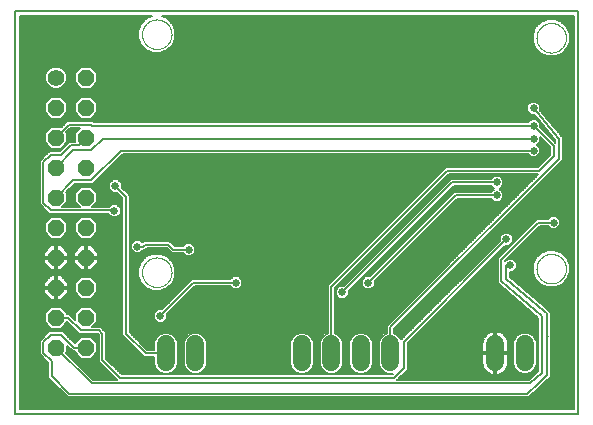
<source format=gbl>
G75*
%MOIN*%
%OFA0B0*%
%FSLAX25Y25*%
%IPPOS*%
%LPD*%
%AMOC8*
5,1,8,0,0,1.08239X$1,22.5*
%
%ADD10C,0.00600*%
%ADD11C,0.00000*%
%ADD12C,0.05600*%
%ADD13OC8,0.05600*%
%ADD14C,0.06000*%
%ADD15C,0.02578*%
D10*
X0001300Y0034623D02*
X0001300Y0168875D01*
X0189095Y0168875D01*
X0189095Y0034623D01*
X0001300Y0034623D01*
X0002900Y0036223D02*
X0002900Y0167275D01*
X0046959Y0167275D01*
X0045020Y0166472D01*
X0043270Y0164722D01*
X0042323Y0162435D01*
X0042323Y0159960D01*
X0043270Y0157674D01*
X0045020Y0155924D01*
X0047307Y0154976D01*
X0049782Y0154976D01*
X0052068Y0155924D01*
X0053818Y0157674D01*
X0054765Y0159960D01*
X0054765Y0162435D01*
X0053818Y0164722D01*
X0052068Y0166472D01*
X0050129Y0167275D01*
X0187495Y0167275D01*
X0187495Y0036223D01*
X0002900Y0036223D01*
X0002900Y0036418D02*
X0187495Y0036418D01*
X0187495Y0037017D02*
X0002900Y0037017D01*
X0002900Y0037615D02*
X0187495Y0037615D01*
X0187495Y0038214D02*
X0002900Y0038214D01*
X0002900Y0038812D02*
X0187495Y0038812D01*
X0187495Y0039411D02*
X0002900Y0039411D01*
X0002900Y0040009D02*
X0187495Y0040009D01*
X0187495Y0040608D02*
X0172932Y0040608D01*
X0172751Y0040445D02*
X0176363Y0043695D01*
X0176399Y0043695D01*
X0176729Y0044024D01*
X0177075Y0044336D01*
X0177077Y0044372D01*
X0178943Y0046239D01*
X0179524Y0046762D01*
X0179803Y0047013D01*
X0179806Y0047071D01*
X0179844Y0047105D01*
X0179846Y0047142D01*
X0179872Y0047168D01*
X0179872Y0047633D01*
X0179882Y0047832D01*
X0179908Y0047858D01*
X0179908Y0048323D01*
X0179932Y0048788D01*
X0179908Y0048815D01*
X0179908Y0059959D01*
X0180059Y0060110D01*
X0180059Y0061104D01*
X0179924Y0061239D01*
X0179924Y0066212D01*
X0179959Y0066253D01*
X0179924Y0066702D01*
X0179924Y0066880D01*
X0179959Y0066921D01*
X0179924Y0067370D01*
X0179924Y0067820D01*
X0179886Y0067858D01*
X0179872Y0068036D01*
X0179872Y0068486D01*
X0179833Y0068524D01*
X0179829Y0068578D01*
X0179773Y0068626D01*
X0179766Y0068715D01*
X0179766Y0068715D01*
X0179766Y0068715D01*
X0179345Y0069075D01*
X0178916Y0069442D01*
X0178790Y0069568D01*
X0178786Y0069622D01*
X0178444Y0069914D01*
X0178125Y0070232D01*
X0178071Y0070232D01*
X0166320Y0080277D01*
X0166320Y0081972D01*
X0167215Y0081972D01*
X0168498Y0083255D01*
X0168498Y0085068D01*
X0167215Y0086350D01*
X0165402Y0086350D01*
X0164539Y0085487D01*
X0164539Y0085583D01*
X0176158Y0097202D01*
X0178932Y0097202D01*
X0179921Y0096213D01*
X0181734Y0096213D01*
X0183017Y0097496D01*
X0183017Y0099309D01*
X0181734Y0100591D01*
X0179921Y0100591D01*
X0178932Y0099602D01*
X0175164Y0099602D01*
X0162139Y0086577D01*
X0162139Y0079278D01*
X0162103Y0079237D01*
X0162139Y0078788D01*
X0162139Y0078338D01*
X0162177Y0078299D01*
X0162181Y0078246D01*
X0162523Y0077953D01*
X0162842Y0077635D01*
X0162896Y0077635D01*
X0175691Y0066698D01*
X0175691Y0048937D01*
X0172493Y0046059D01*
X0128747Y0046059D01*
X0128831Y0046143D01*
X0132135Y0049447D01*
X0132135Y0058249D01*
X0164588Y0090702D01*
X0165986Y0090702D01*
X0167268Y0091984D01*
X0167268Y0093797D01*
X0165986Y0095080D01*
X0164173Y0095080D01*
X0162891Y0093797D01*
X0162891Y0092399D01*
X0130438Y0059946D01*
X0129977Y0059485D01*
X0129760Y0060009D01*
X0128663Y0061106D01*
X0127654Y0061524D01*
X0127654Y0063060D01*
X0183809Y0119215D01*
X0183809Y0126359D01*
X0183848Y0126802D01*
X0183809Y0126848D01*
X0183809Y0126909D01*
X0183495Y0127223D01*
X0177421Y0134471D01*
X0176324Y0135811D01*
X0176324Y0137498D01*
X0175041Y0138780D01*
X0173228Y0138780D01*
X0171946Y0137498D01*
X0171946Y0135685D01*
X0173228Y0134402D01*
X0174376Y0134402D01*
X0175259Y0133323D01*
X0175258Y0133315D01*
X0175573Y0132939D01*
X0175883Y0132560D01*
X0175891Y0132560D01*
X0181409Y0125976D01*
X0181409Y0125109D01*
X0181325Y0125193D01*
X0176324Y0130194D01*
X0176324Y0131593D01*
X0175041Y0132875D01*
X0173228Y0132875D01*
X0172239Y0131886D01*
X0027576Y0131886D01*
X0027232Y0132230D01*
X0018745Y0132230D01*
X0016729Y0130214D01*
X0016494Y0130449D01*
X0013429Y0130449D01*
X0011261Y0128281D01*
X0011261Y0125216D01*
X0013429Y0123049D01*
X0016494Y0123049D01*
X0018661Y0125216D01*
X0018661Y0128281D01*
X0018426Y0128517D01*
X0019740Y0129830D01*
X0022810Y0129830D01*
X0021261Y0128281D01*
X0021261Y0125449D01*
X0019445Y0125449D01*
X0016227Y0122230D01*
X0012691Y0122230D01*
X0009480Y0119019D01*
X0009480Y0104478D01*
X0012691Y0101268D01*
X0032347Y0101268D01*
X0033464Y0100150D01*
X0035278Y0100150D01*
X0036560Y0101433D01*
X0036560Y0103246D01*
X0035278Y0104528D01*
X0033464Y0104528D01*
X0032604Y0103668D01*
X0027113Y0103668D01*
X0028661Y0105216D01*
X0028661Y0108281D01*
X0026494Y0110449D01*
X0023429Y0110449D01*
X0021261Y0108281D01*
X0021261Y0105216D01*
X0022810Y0103668D01*
X0017113Y0103668D01*
X0018661Y0105216D01*
X0018661Y0108281D01*
X0018426Y0108517D01*
X0021177Y0111268D01*
X0027232Y0111268D01*
X0037182Y0121218D01*
X0172239Y0121218D01*
X0173228Y0120229D01*
X0175041Y0120229D01*
X0176324Y0121511D01*
X0176324Y0123325D01*
X0175262Y0124387D01*
X0176324Y0125448D01*
X0176324Y0126800D01*
X0179628Y0123496D01*
X0179628Y0120947D01*
X0175606Y0116925D01*
X0144897Y0116925D01*
X0144194Y0116222D01*
X0105569Y0077596D01*
X0105569Y0061524D01*
X0104559Y0061106D01*
X0103462Y0060009D01*
X0102869Y0058576D01*
X0102869Y0051024D01*
X0103462Y0049591D01*
X0104559Y0048494D01*
X0105993Y0047900D01*
X0107544Y0047900D01*
X0108978Y0048494D01*
X0110075Y0049591D01*
X0110668Y0051024D01*
X0110668Y0058576D01*
X0110075Y0060009D01*
X0108978Y0061106D01*
X0107968Y0061524D01*
X0107968Y0076602D01*
X0145892Y0114525D01*
X0175725Y0114525D01*
X0125254Y0064054D01*
X0125254Y0061524D01*
X0124244Y0061106D01*
X0123147Y0060009D01*
X0122554Y0058576D01*
X0122554Y0051024D01*
X0123147Y0049591D01*
X0124244Y0048494D01*
X0125678Y0047900D01*
X0127194Y0047900D01*
X0127134Y0047840D01*
X0036836Y0047840D01*
X0031634Y0053043D01*
X0031634Y0061892D01*
X0030561Y0062965D01*
X0029858Y0063668D01*
X0027113Y0063668D01*
X0028661Y0065216D01*
X0028661Y0068281D01*
X0026494Y0070449D01*
X0023429Y0070449D01*
X0021261Y0068281D01*
X0021261Y0066091D01*
X0020107Y0067246D01*
X0019404Y0067949D01*
X0018661Y0067949D01*
X0018661Y0068281D01*
X0016494Y0070449D01*
X0013429Y0070449D01*
X0011261Y0068281D01*
X0011261Y0065216D01*
X0013429Y0063049D01*
X0016494Y0063049D01*
X0018661Y0065216D01*
X0018661Y0065297D01*
X0021988Y0061971D01*
X0021988Y0061971D01*
X0022691Y0061268D01*
X0028864Y0061268D01*
X0029234Y0060897D01*
X0029234Y0052049D01*
X0029937Y0051346D01*
X0035223Y0046059D01*
X0027348Y0046059D01*
X0018426Y0054981D01*
X0018661Y0055216D01*
X0018661Y0057406D01*
X0020519Y0055549D01*
X0021261Y0055549D01*
X0021261Y0055216D01*
X0023429Y0053049D01*
X0026494Y0053049D01*
X0028661Y0055216D01*
X0028661Y0058281D01*
X0026494Y0060449D01*
X0023429Y0060449D01*
X0021261Y0058281D01*
X0021261Y0058200D01*
X0017232Y0062230D01*
X0012691Y0062230D01*
X0011988Y0061527D01*
X0009480Y0059019D01*
X0009480Y0054478D01*
X0012305Y0051654D01*
X0012305Y0046724D01*
X0013008Y0046021D01*
X0018210Y0040819D01*
X0018210Y0040819D01*
X0018913Y0040116D01*
X0171893Y0040116D01*
X0172358Y0040091D01*
X0172386Y0040116D01*
X0172422Y0040116D01*
X0172751Y0040445D01*
X0173597Y0041206D02*
X0187495Y0041206D01*
X0187495Y0041805D02*
X0174262Y0041805D01*
X0174927Y0042403D02*
X0187495Y0042403D01*
X0187495Y0043002D02*
X0175592Y0043002D01*
X0176258Y0043601D02*
X0187495Y0043601D01*
X0187495Y0044199D02*
X0176923Y0044199D01*
X0177502Y0044798D02*
X0187495Y0044798D01*
X0187495Y0045396D02*
X0178100Y0045396D01*
X0178699Y0045995D02*
X0187495Y0045995D01*
X0187495Y0046593D02*
X0179337Y0046593D01*
X0179803Y0047013D02*
X0179803Y0047013D01*
X0179803Y0047013D01*
X0179872Y0047192D02*
X0187495Y0047192D01*
X0187495Y0047790D02*
X0179880Y0047790D01*
X0179911Y0048389D02*
X0187495Y0048389D01*
X0187495Y0048987D02*
X0179908Y0048987D01*
X0179908Y0049586D02*
X0187495Y0049586D01*
X0187495Y0050184D02*
X0179908Y0050184D01*
X0179908Y0050783D02*
X0187495Y0050783D01*
X0187495Y0051381D02*
X0179908Y0051381D01*
X0179908Y0051980D02*
X0187495Y0051980D01*
X0187495Y0052578D02*
X0179908Y0052578D01*
X0179908Y0053177D02*
X0187495Y0053177D01*
X0187495Y0053775D02*
X0179908Y0053775D01*
X0179908Y0054374D02*
X0187495Y0054374D01*
X0187495Y0054972D02*
X0179908Y0054972D01*
X0179908Y0055571D02*
X0187495Y0055571D01*
X0187495Y0056169D02*
X0179908Y0056169D01*
X0179908Y0056768D02*
X0187495Y0056768D01*
X0187495Y0057366D02*
X0179908Y0057366D01*
X0179908Y0057965D02*
X0187495Y0057965D01*
X0187495Y0058563D02*
X0179908Y0058563D01*
X0179908Y0059162D02*
X0187495Y0059162D01*
X0187495Y0059760D02*
X0179908Y0059760D01*
X0180059Y0060359D02*
X0187495Y0060359D01*
X0187495Y0060957D02*
X0180059Y0060957D01*
X0179924Y0061556D02*
X0187495Y0061556D01*
X0187495Y0062154D02*
X0179924Y0062154D01*
X0179924Y0062753D02*
X0187495Y0062753D01*
X0187495Y0063351D02*
X0179924Y0063351D01*
X0179924Y0063950D02*
X0187495Y0063950D01*
X0187495Y0064548D02*
X0179924Y0064548D01*
X0179924Y0065147D02*
X0187495Y0065147D01*
X0187495Y0065745D02*
X0179924Y0065745D01*
X0179959Y0066253D02*
X0179959Y0066253D01*
X0179959Y0066253D01*
X0179952Y0066344D02*
X0187495Y0066344D01*
X0187495Y0066942D02*
X0179957Y0066942D01*
X0179924Y0067541D02*
X0187495Y0067541D01*
X0187495Y0068139D02*
X0179872Y0068139D01*
X0179739Y0068738D02*
X0187495Y0068738D01*
X0187495Y0069336D02*
X0179039Y0069336D01*
X0178423Y0069935D02*
X0187495Y0069935D01*
X0187495Y0070534D02*
X0177719Y0070534D01*
X0177019Y0071132D02*
X0187495Y0071132D01*
X0187495Y0071731D02*
X0176319Y0071731D01*
X0175618Y0072329D02*
X0187495Y0072329D01*
X0187495Y0072928D02*
X0174918Y0072928D01*
X0174218Y0073526D02*
X0187495Y0073526D01*
X0187495Y0074125D02*
X0173518Y0074125D01*
X0172817Y0074723D02*
X0187495Y0074723D01*
X0187495Y0075322D02*
X0172117Y0075322D01*
X0171417Y0075920D02*
X0187495Y0075920D01*
X0187495Y0076519D02*
X0170717Y0076519D01*
X0170017Y0077117D02*
X0178102Y0077117D01*
X0178803Y0076827D02*
X0181278Y0076827D01*
X0183564Y0077774D01*
X0185314Y0079524D01*
X0186261Y0081811D01*
X0186261Y0084286D01*
X0185314Y0086572D01*
X0183564Y0088322D01*
X0181278Y0089269D01*
X0178803Y0089269D01*
X0176516Y0088322D01*
X0174766Y0086572D01*
X0173819Y0084286D01*
X0173819Y0081811D01*
X0174766Y0079524D01*
X0176516Y0077774D01*
X0178803Y0076827D01*
X0176657Y0077716D02*
X0169316Y0077716D01*
X0168616Y0078314D02*
X0175976Y0078314D01*
X0175377Y0078913D02*
X0167916Y0078913D01*
X0167216Y0079511D02*
X0174779Y0079511D01*
X0174523Y0080110D02*
X0166515Y0080110D01*
X0166320Y0080708D02*
X0174275Y0080708D01*
X0174028Y0081307D02*
X0166320Y0081307D01*
X0166320Y0081905D02*
X0173819Y0081905D01*
X0173819Y0082504D02*
X0167747Y0082504D01*
X0168345Y0083102D02*
X0173819Y0083102D01*
X0173819Y0083701D02*
X0168498Y0083701D01*
X0168498Y0084299D02*
X0173825Y0084299D01*
X0174073Y0084898D02*
X0168498Y0084898D01*
X0168069Y0085496D02*
X0174320Y0085496D01*
X0174568Y0086095D02*
X0167471Y0086095D01*
X0166247Y0087292D02*
X0175486Y0087292D01*
X0176084Y0087890D02*
X0166846Y0087890D01*
X0167444Y0088489D02*
X0176919Y0088489D01*
X0178363Y0089087D02*
X0168043Y0089087D01*
X0168641Y0089686D02*
X0187495Y0089686D01*
X0187495Y0090284D02*
X0169240Y0090284D01*
X0169838Y0090883D02*
X0187495Y0090883D01*
X0187495Y0091481D02*
X0170437Y0091481D01*
X0171035Y0092080D02*
X0187495Y0092080D01*
X0187495Y0092678D02*
X0171634Y0092678D01*
X0172232Y0093277D02*
X0187495Y0093277D01*
X0187495Y0093875D02*
X0172831Y0093875D01*
X0173429Y0094474D02*
X0187495Y0094474D01*
X0187495Y0095072D02*
X0174028Y0095072D01*
X0174626Y0095671D02*
X0187495Y0095671D01*
X0187495Y0096270D02*
X0181790Y0096270D01*
X0182389Y0096868D02*
X0187495Y0096868D01*
X0187495Y0097467D02*
X0182987Y0097467D01*
X0183017Y0098065D02*
X0187495Y0098065D01*
X0187495Y0098664D02*
X0183017Y0098664D01*
X0183017Y0099262D02*
X0187495Y0099262D01*
X0187495Y0099861D02*
X0182465Y0099861D01*
X0181866Y0100459D02*
X0187495Y0100459D01*
X0187495Y0101058D02*
X0165651Y0101058D01*
X0165053Y0100459D02*
X0179789Y0100459D01*
X0179190Y0099861D02*
X0164454Y0099861D01*
X0163856Y0099262D02*
X0174823Y0099262D01*
X0174225Y0098664D02*
X0163257Y0098664D01*
X0162659Y0098065D02*
X0173626Y0098065D01*
X0173028Y0097467D02*
X0162060Y0097467D01*
X0161462Y0096868D02*
X0172429Y0096868D01*
X0171831Y0096270D02*
X0160863Y0096270D01*
X0160265Y0095671D02*
X0171232Y0095671D01*
X0170634Y0095072D02*
X0165993Y0095072D01*
X0166592Y0094474D02*
X0170035Y0094474D01*
X0169437Y0093875D02*
X0167190Y0093875D01*
X0167268Y0093277D02*
X0168838Y0093277D01*
X0168240Y0092678D02*
X0167268Y0092678D01*
X0167268Y0092080D02*
X0167641Y0092080D01*
X0167043Y0091481D02*
X0166766Y0091481D01*
X0166444Y0090883D02*
X0166168Y0090883D01*
X0165846Y0090284D02*
X0164170Y0090284D01*
X0163572Y0089686D02*
X0165247Y0089686D01*
X0164649Y0089087D02*
X0162973Y0089087D01*
X0162375Y0088489D02*
X0164050Y0088489D01*
X0163452Y0087890D02*
X0161776Y0087890D01*
X0161178Y0087292D02*
X0162853Y0087292D01*
X0162255Y0086693D02*
X0160579Y0086693D01*
X0159981Y0086095D02*
X0162139Y0086095D01*
X0162139Y0085496D02*
X0159382Y0085496D01*
X0158784Y0084898D02*
X0162139Y0084898D01*
X0162139Y0084299D02*
X0158185Y0084299D01*
X0157587Y0083701D02*
X0162139Y0083701D01*
X0162139Y0083102D02*
X0156988Y0083102D01*
X0156390Y0082504D02*
X0162139Y0082504D01*
X0162139Y0081905D02*
X0155791Y0081905D01*
X0155193Y0081307D02*
X0162139Y0081307D01*
X0162139Y0080708D02*
X0154594Y0080708D01*
X0153996Y0080110D02*
X0162139Y0080110D01*
X0162139Y0079511D02*
X0153397Y0079511D01*
X0152799Y0078913D02*
X0162129Y0078913D01*
X0162162Y0078314D02*
X0152200Y0078314D01*
X0151602Y0077716D02*
X0162761Y0077716D01*
X0163501Y0077117D02*
X0151003Y0077117D01*
X0150405Y0076519D02*
X0164201Y0076519D01*
X0164902Y0075920D02*
X0149806Y0075920D01*
X0149208Y0075322D02*
X0165602Y0075322D01*
X0166302Y0074723D02*
X0148609Y0074723D01*
X0148011Y0074125D02*
X0167002Y0074125D01*
X0167703Y0073526D02*
X0147412Y0073526D01*
X0146814Y0072928D02*
X0168403Y0072928D01*
X0169103Y0072329D02*
X0146215Y0072329D01*
X0145617Y0071731D02*
X0169803Y0071731D01*
X0170503Y0071132D02*
X0145018Y0071132D01*
X0144420Y0070534D02*
X0171204Y0070534D01*
X0171904Y0069935D02*
X0143821Y0069935D01*
X0143223Y0069336D02*
X0172604Y0069336D01*
X0173304Y0068738D02*
X0142624Y0068738D01*
X0142025Y0068139D02*
X0174005Y0068139D01*
X0174705Y0067541D02*
X0141427Y0067541D01*
X0140828Y0066942D02*
X0175405Y0066942D01*
X0175691Y0066344D02*
X0140230Y0066344D01*
X0139631Y0065745D02*
X0175691Y0065745D01*
X0175691Y0065147D02*
X0139033Y0065147D01*
X0138434Y0064548D02*
X0175691Y0064548D01*
X0175691Y0063950D02*
X0137836Y0063950D01*
X0137237Y0063351D02*
X0175691Y0063351D01*
X0175691Y0062753D02*
X0136639Y0062753D01*
X0136040Y0062154D02*
X0160918Y0062154D01*
X0161072Y0062179D02*
X0160403Y0062073D01*
X0159760Y0061864D01*
X0159157Y0061556D01*
X0158609Y0061159D01*
X0158130Y0060680D01*
X0157733Y0060132D01*
X0157425Y0059529D01*
X0157216Y0058886D01*
X0157110Y0058217D01*
X0157110Y0055179D01*
X0161110Y0055179D01*
X0161110Y0062179D01*
X0161072Y0062179D01*
X0161110Y0062154D02*
X0161710Y0062154D01*
X0161710Y0062179D02*
X0161710Y0055179D01*
X0161110Y0055179D01*
X0161110Y0054579D01*
X0157110Y0054579D01*
X0157110Y0051540D01*
X0157216Y0050872D01*
X0157425Y0050228D01*
X0157733Y0049625D01*
X0158130Y0049077D01*
X0158609Y0048599D01*
X0159157Y0048201D01*
X0159760Y0047894D01*
X0160403Y0047685D01*
X0161072Y0047579D01*
X0161110Y0047579D01*
X0161110Y0054579D01*
X0161710Y0054579D01*
X0161710Y0055179D01*
X0165710Y0055179D01*
X0165710Y0058217D01*
X0165604Y0058886D01*
X0165395Y0059529D01*
X0165088Y0060132D01*
X0164690Y0060680D01*
X0164211Y0061159D01*
X0163664Y0061556D01*
X0163061Y0061864D01*
X0162417Y0062073D01*
X0161749Y0062179D01*
X0161710Y0062179D01*
X0161903Y0062154D02*
X0175691Y0062154D01*
X0175691Y0061556D02*
X0172567Y0061556D01*
X0172029Y0061779D02*
X0170477Y0061779D01*
X0169044Y0061185D01*
X0167946Y0060088D01*
X0167353Y0058654D01*
X0167353Y0051103D01*
X0167946Y0049670D01*
X0169044Y0048572D01*
X0170477Y0047979D01*
X0172029Y0047979D01*
X0173462Y0048572D01*
X0174559Y0049670D01*
X0175153Y0051103D01*
X0175153Y0058654D01*
X0174559Y0060088D01*
X0173462Y0061185D01*
X0172029Y0061779D01*
X0173690Y0060957D02*
X0175691Y0060957D01*
X0175691Y0060359D02*
X0174288Y0060359D01*
X0174695Y0059760D02*
X0175691Y0059760D01*
X0175691Y0059162D02*
X0174943Y0059162D01*
X0175153Y0058563D02*
X0175691Y0058563D01*
X0175691Y0057965D02*
X0175153Y0057965D01*
X0175153Y0057366D02*
X0175691Y0057366D01*
X0175691Y0056768D02*
X0175153Y0056768D01*
X0175153Y0056169D02*
X0175691Y0056169D01*
X0175691Y0055571D02*
X0175153Y0055571D01*
X0175153Y0054972D02*
X0175691Y0054972D01*
X0175691Y0054374D02*
X0175153Y0054374D01*
X0175153Y0053775D02*
X0175691Y0053775D01*
X0175691Y0053177D02*
X0175153Y0053177D01*
X0175153Y0052578D02*
X0175691Y0052578D01*
X0175691Y0051980D02*
X0175153Y0051980D01*
X0175153Y0051381D02*
X0175691Y0051381D01*
X0175691Y0050783D02*
X0175020Y0050783D01*
X0174772Y0050184D02*
X0175691Y0050184D01*
X0175691Y0049586D02*
X0174475Y0049586D01*
X0173877Y0048987D02*
X0175691Y0048987D01*
X0175081Y0048389D02*
X0173018Y0048389D01*
X0173751Y0047192D02*
X0129879Y0047192D01*
X0130478Y0047790D02*
X0160079Y0047790D01*
X0161110Y0047790D02*
X0161710Y0047790D01*
X0161710Y0047579D02*
X0161749Y0047579D01*
X0162417Y0047685D01*
X0163061Y0047894D01*
X0163664Y0048201D01*
X0164211Y0048599D01*
X0164690Y0049077D01*
X0165088Y0049625D01*
X0165395Y0050228D01*
X0165604Y0050872D01*
X0165710Y0051540D01*
X0165710Y0054579D01*
X0161710Y0054579D01*
X0161710Y0047579D01*
X0161710Y0048389D02*
X0161110Y0048389D01*
X0161110Y0048987D02*
X0161710Y0048987D01*
X0161710Y0049586D02*
X0161110Y0049586D01*
X0161110Y0050184D02*
X0161710Y0050184D01*
X0161710Y0050783D02*
X0161110Y0050783D01*
X0161110Y0051381D02*
X0161710Y0051381D01*
X0161710Y0051980D02*
X0161110Y0051980D01*
X0161110Y0052578D02*
X0161710Y0052578D01*
X0161710Y0053177D02*
X0161110Y0053177D01*
X0161110Y0053775D02*
X0161710Y0053775D01*
X0161710Y0054374D02*
X0161110Y0054374D01*
X0161110Y0054972D02*
X0132135Y0054972D01*
X0132135Y0054374D02*
X0157110Y0054374D01*
X0157110Y0053775D02*
X0132135Y0053775D01*
X0132135Y0053177D02*
X0157110Y0053177D01*
X0157110Y0052578D02*
X0132135Y0052578D01*
X0132135Y0051980D02*
X0157110Y0051980D01*
X0157135Y0051381D02*
X0132135Y0051381D01*
X0132135Y0050783D02*
X0157245Y0050783D01*
X0157448Y0050184D02*
X0132135Y0050184D01*
X0132135Y0049586D02*
X0157761Y0049586D01*
X0158221Y0048987D02*
X0131675Y0048987D01*
X0131076Y0048389D02*
X0158898Y0048389D01*
X0162742Y0047790D02*
X0174416Y0047790D01*
X0173086Y0046593D02*
X0129281Y0046593D01*
X0127631Y0046640D02*
X0036339Y0046640D01*
X0030434Y0052546D01*
X0030434Y0061394D01*
X0029361Y0062468D01*
X0023188Y0062468D01*
X0018907Y0066749D01*
X0014961Y0066749D01*
X0012317Y0069336D02*
X0002900Y0069336D01*
X0002900Y0068738D02*
X0011718Y0068738D01*
X0011261Y0068139D02*
X0002900Y0068139D01*
X0002900Y0067541D02*
X0011261Y0067541D01*
X0011261Y0066942D02*
X0002900Y0066942D01*
X0002900Y0066344D02*
X0011261Y0066344D01*
X0011261Y0065745D02*
X0002900Y0065745D01*
X0002900Y0065147D02*
X0011331Y0065147D01*
X0011929Y0064548D02*
X0002900Y0064548D01*
X0002900Y0063950D02*
X0012528Y0063950D01*
X0013126Y0063351D02*
X0002900Y0063351D01*
X0002900Y0062753D02*
X0021206Y0062753D01*
X0020607Y0063351D02*
X0016797Y0063351D01*
X0017395Y0063950D02*
X0020009Y0063950D01*
X0019410Y0064548D02*
X0017994Y0064548D01*
X0018592Y0065147D02*
X0018812Y0065147D01*
X0020410Y0066942D02*
X0021261Y0066942D01*
X0021261Y0066344D02*
X0021009Y0066344D01*
X0021261Y0067541D02*
X0019812Y0067541D01*
X0020107Y0067246D02*
X0020107Y0067246D01*
X0021261Y0068139D02*
X0018661Y0068139D01*
X0018205Y0068738D02*
X0021718Y0068738D01*
X0022317Y0069336D02*
X0017606Y0069336D01*
X0017008Y0069935D02*
X0022915Y0069935D01*
X0023429Y0073049D02*
X0026494Y0073049D01*
X0028661Y0075216D01*
X0028661Y0078281D01*
X0026494Y0080449D01*
X0023429Y0080449D01*
X0021261Y0078281D01*
X0021261Y0075216D01*
X0023429Y0073049D01*
X0022952Y0073526D02*
X0017537Y0073526D01*
X0016938Y0072928D02*
X0037108Y0072928D01*
X0037108Y0073526D02*
X0026971Y0073526D01*
X0027570Y0074125D02*
X0037108Y0074125D01*
X0037108Y0074723D02*
X0028168Y0074723D01*
X0028661Y0075322D02*
X0037108Y0075322D01*
X0037108Y0075920D02*
X0028661Y0075920D01*
X0028661Y0076519D02*
X0037108Y0076519D01*
X0037108Y0077117D02*
X0028661Y0077117D01*
X0028661Y0077716D02*
X0037108Y0077716D01*
X0037108Y0078314D02*
X0028629Y0078314D01*
X0028030Y0078913D02*
X0037108Y0078913D01*
X0037108Y0079511D02*
X0027432Y0079511D01*
X0026833Y0080110D02*
X0037108Y0080110D01*
X0037108Y0080708D02*
X0016800Y0080708D01*
X0016660Y0080849D02*
X0015261Y0080849D01*
X0015261Y0077049D01*
X0014661Y0077049D01*
X0014661Y0076449D01*
X0010861Y0076449D01*
X0010861Y0075051D01*
X0013263Y0072649D01*
X0014661Y0072649D01*
X0014661Y0076449D01*
X0015261Y0076449D01*
X0015261Y0072649D01*
X0016660Y0072649D01*
X0019061Y0075051D01*
X0019061Y0076449D01*
X0015261Y0076449D01*
X0015261Y0077049D01*
X0019061Y0077049D01*
X0019061Y0078447D01*
X0016660Y0080849D01*
X0017399Y0080110D02*
X0023090Y0080110D01*
X0022491Y0079511D02*
X0017997Y0079511D01*
X0018596Y0078913D02*
X0021893Y0078913D01*
X0021294Y0078314D02*
X0019061Y0078314D01*
X0019061Y0077716D02*
X0021261Y0077716D01*
X0021261Y0077117D02*
X0019061Y0077117D01*
X0019061Y0075920D02*
X0021261Y0075920D01*
X0021261Y0075322D02*
X0019061Y0075322D01*
X0018734Y0074723D02*
X0021755Y0074723D01*
X0022353Y0074125D02*
X0018135Y0074125D01*
X0015261Y0076519D02*
X0021261Y0076519D01*
X0015261Y0077117D02*
X0014661Y0077117D01*
X0014661Y0077049D02*
X0014661Y0080849D01*
X0013263Y0080849D01*
X0010861Y0078447D01*
X0010861Y0077049D01*
X0014661Y0077049D01*
X0014661Y0076519D02*
X0002900Y0076519D01*
X0002900Y0077117D02*
X0010861Y0077117D01*
X0010861Y0077716D02*
X0002900Y0077716D01*
X0002900Y0078314D02*
X0010861Y0078314D01*
X0011327Y0078913D02*
X0002900Y0078913D01*
X0002900Y0079511D02*
X0011926Y0079511D01*
X0012524Y0080110D02*
X0002900Y0080110D01*
X0002900Y0080708D02*
X0013123Y0080708D01*
X0014661Y0080708D02*
X0015261Y0080708D01*
X0015261Y0080110D02*
X0014661Y0080110D01*
X0014661Y0079511D02*
X0015261Y0079511D01*
X0015261Y0078913D02*
X0014661Y0078913D01*
X0014661Y0078314D02*
X0015261Y0078314D01*
X0015261Y0077716D02*
X0014661Y0077716D01*
X0014661Y0075920D02*
X0015261Y0075920D01*
X0015261Y0075322D02*
X0014661Y0075322D01*
X0014661Y0074723D02*
X0015261Y0074723D01*
X0015261Y0074125D02*
X0014661Y0074125D01*
X0014661Y0073526D02*
X0015261Y0073526D01*
X0015261Y0072928D02*
X0014661Y0072928D01*
X0012984Y0072928D02*
X0002900Y0072928D01*
X0002900Y0073526D02*
X0012386Y0073526D01*
X0011787Y0074125D02*
X0002900Y0074125D01*
X0002900Y0074723D02*
X0011189Y0074723D01*
X0010861Y0075322D02*
X0002900Y0075322D01*
X0002900Y0075920D02*
X0010861Y0075920D01*
X0012915Y0069935D02*
X0002900Y0069935D01*
X0002900Y0070534D02*
X0037108Y0070534D01*
X0037108Y0071132D02*
X0002900Y0071132D01*
X0002900Y0071731D02*
X0037108Y0071731D01*
X0037108Y0072329D02*
X0002900Y0072329D01*
X0002900Y0081307D02*
X0037108Y0081307D01*
X0037108Y0081905D02*
X0002900Y0081905D01*
X0002900Y0082504D02*
X0037108Y0082504D01*
X0037108Y0083102D02*
X0027113Y0083102D01*
X0026660Y0082649D02*
X0029061Y0085051D01*
X0029061Y0086449D01*
X0025261Y0086449D01*
X0025261Y0082649D01*
X0026660Y0082649D01*
X0025261Y0083102D02*
X0024661Y0083102D01*
X0024661Y0082649D02*
X0024661Y0086449D01*
X0020861Y0086449D01*
X0020861Y0085051D01*
X0023263Y0082649D01*
X0024661Y0082649D01*
X0024661Y0083701D02*
X0025261Y0083701D01*
X0025261Y0084299D02*
X0024661Y0084299D01*
X0024661Y0084898D02*
X0025261Y0084898D01*
X0025261Y0085496D02*
X0024661Y0085496D01*
X0024661Y0086095D02*
X0025261Y0086095D01*
X0025261Y0086449D02*
X0024661Y0086449D01*
X0024661Y0087049D01*
X0020861Y0087049D01*
X0020861Y0088447D01*
X0023263Y0090849D01*
X0024661Y0090849D01*
X0024661Y0087049D01*
X0025261Y0087049D01*
X0025261Y0090849D01*
X0026660Y0090849D01*
X0029061Y0088447D01*
X0029061Y0087049D01*
X0025261Y0087049D01*
X0025261Y0086449D01*
X0025261Y0086693D02*
X0037108Y0086693D01*
X0037108Y0086095D02*
X0029061Y0086095D01*
X0029061Y0085496D02*
X0037108Y0085496D01*
X0037108Y0084898D02*
X0028909Y0084898D01*
X0028310Y0084299D02*
X0037108Y0084299D01*
X0037108Y0083701D02*
X0027712Y0083701D01*
X0029061Y0087292D02*
X0037108Y0087292D01*
X0037108Y0087890D02*
X0029061Y0087890D01*
X0029020Y0088489D02*
X0037108Y0088489D01*
X0037108Y0089087D02*
X0028421Y0089087D01*
X0027823Y0089686D02*
X0037108Y0089686D01*
X0037108Y0090284D02*
X0027224Y0090284D01*
X0025261Y0090284D02*
X0024661Y0090284D01*
X0024661Y0089686D02*
X0025261Y0089686D01*
X0025261Y0089087D02*
X0024661Y0089087D01*
X0024661Y0088489D02*
X0025261Y0088489D01*
X0025261Y0087890D02*
X0024661Y0087890D01*
X0024661Y0087292D02*
X0025261Y0087292D01*
X0024661Y0086693D02*
X0015261Y0086693D01*
X0015261Y0086449D02*
X0015261Y0087049D01*
X0014661Y0087049D01*
X0014661Y0086449D01*
X0010861Y0086449D01*
X0010861Y0085051D01*
X0013263Y0082649D01*
X0014661Y0082649D01*
X0014661Y0086449D01*
X0015261Y0086449D01*
X0015261Y0082649D01*
X0016660Y0082649D01*
X0019061Y0085051D01*
X0019061Y0086449D01*
X0015261Y0086449D01*
X0015261Y0086095D02*
X0014661Y0086095D01*
X0014661Y0086693D02*
X0002900Y0086693D01*
X0002900Y0086095D02*
X0010861Y0086095D01*
X0010861Y0085496D02*
X0002900Y0085496D01*
X0002900Y0084898D02*
X0011014Y0084898D01*
X0011613Y0084299D02*
X0002900Y0084299D01*
X0002900Y0083701D02*
X0012211Y0083701D01*
X0012810Y0083102D02*
X0002900Y0083102D01*
X0002900Y0087292D02*
X0010861Y0087292D01*
X0010861Y0087049D02*
X0014661Y0087049D01*
X0014661Y0090849D01*
X0013263Y0090849D01*
X0010861Y0088447D01*
X0010861Y0087049D01*
X0010861Y0087890D02*
X0002900Y0087890D01*
X0002900Y0088489D02*
X0010903Y0088489D01*
X0011502Y0089087D02*
X0002900Y0089087D01*
X0002900Y0089686D02*
X0012100Y0089686D01*
X0012699Y0090284D02*
X0002900Y0090284D01*
X0002900Y0090883D02*
X0037108Y0090883D01*
X0037108Y0091481D02*
X0002900Y0091481D01*
X0002900Y0092080D02*
X0037108Y0092080D01*
X0037108Y0092678D02*
X0002900Y0092678D01*
X0002900Y0093277D02*
X0013201Y0093277D01*
X0013429Y0093049D02*
X0016494Y0093049D01*
X0018661Y0095216D01*
X0018661Y0098281D01*
X0016494Y0100449D01*
X0013429Y0100449D01*
X0011261Y0098281D01*
X0011261Y0095216D01*
X0013429Y0093049D01*
X0012602Y0093875D02*
X0002900Y0093875D01*
X0002900Y0094474D02*
X0012004Y0094474D01*
X0011405Y0095072D02*
X0002900Y0095072D01*
X0002900Y0095671D02*
X0011261Y0095671D01*
X0011261Y0096270D02*
X0002900Y0096270D01*
X0002900Y0096868D02*
X0011261Y0096868D01*
X0011261Y0097467D02*
X0002900Y0097467D01*
X0002900Y0098065D02*
X0011261Y0098065D01*
X0011644Y0098664D02*
X0002900Y0098664D01*
X0002900Y0099262D02*
X0012242Y0099262D01*
X0012841Y0099861D02*
X0002900Y0099861D01*
X0002900Y0100459D02*
X0033155Y0100459D01*
X0032557Y0101058D02*
X0002900Y0101058D01*
X0002900Y0101656D02*
X0012303Y0101656D01*
X0011704Y0102255D02*
X0002900Y0102255D01*
X0002900Y0102853D02*
X0011106Y0102853D01*
X0010507Y0103452D02*
X0002900Y0103452D01*
X0002900Y0104050D02*
X0009909Y0104050D01*
X0009480Y0104649D02*
X0002900Y0104649D01*
X0002900Y0105247D02*
X0009480Y0105247D01*
X0009480Y0105846D02*
X0002900Y0105846D01*
X0002900Y0106444D02*
X0009480Y0106444D01*
X0009480Y0107043D02*
X0002900Y0107043D01*
X0002900Y0107641D02*
X0009480Y0107641D01*
X0009480Y0108240D02*
X0002900Y0108240D01*
X0002900Y0108838D02*
X0009480Y0108838D01*
X0009480Y0109437D02*
X0002900Y0109437D01*
X0002900Y0110035D02*
X0009480Y0110035D01*
X0009480Y0110634D02*
X0002900Y0110634D01*
X0002900Y0111232D02*
X0009480Y0111232D01*
X0009480Y0111831D02*
X0002900Y0111831D01*
X0002900Y0112429D02*
X0009480Y0112429D01*
X0009480Y0113028D02*
X0002900Y0113028D01*
X0002900Y0113626D02*
X0009480Y0113626D01*
X0009480Y0114225D02*
X0002900Y0114225D01*
X0002900Y0114823D02*
X0009480Y0114823D01*
X0009480Y0115422D02*
X0002900Y0115422D01*
X0002900Y0116020D02*
X0009480Y0116020D01*
X0009480Y0116619D02*
X0002900Y0116619D01*
X0002900Y0117217D02*
X0009480Y0117217D01*
X0009480Y0117816D02*
X0002900Y0117816D01*
X0002900Y0118414D02*
X0009480Y0118414D01*
X0009480Y0119013D02*
X0002900Y0119013D01*
X0002900Y0119611D02*
X0010073Y0119611D01*
X0010671Y0120210D02*
X0002900Y0120210D01*
X0002900Y0120808D02*
X0011270Y0120808D01*
X0011868Y0121407D02*
X0002900Y0121407D01*
X0002900Y0122005D02*
X0012467Y0122005D01*
X0013188Y0121030D02*
X0010680Y0118522D01*
X0010680Y0104976D01*
X0013188Y0102468D01*
X0034243Y0102468D01*
X0034371Y0102339D01*
X0036560Y0102255D02*
X0037108Y0102255D01*
X0037108Y0102853D02*
X0036560Y0102853D01*
X0036354Y0103452D02*
X0037108Y0103452D01*
X0037108Y0104050D02*
X0035756Y0104050D01*
X0037108Y0104649D02*
X0028094Y0104649D01*
X0028661Y0105247D02*
X0037108Y0105247D01*
X0037108Y0105846D02*
X0028661Y0105846D01*
X0028661Y0106444D02*
X0037108Y0106444D01*
X0037108Y0106567D02*
X0037108Y0060897D01*
X0043702Y0054303D01*
X0044405Y0053600D01*
X0047707Y0053600D01*
X0047707Y0051024D01*
X0048301Y0049591D01*
X0049398Y0048494D01*
X0050831Y0047900D01*
X0052383Y0047900D01*
X0053816Y0048494D01*
X0054913Y0049591D01*
X0055507Y0051024D01*
X0055507Y0058576D01*
X0054913Y0060009D01*
X0053816Y0061106D01*
X0052383Y0061700D01*
X0050831Y0061700D01*
X0049398Y0061106D01*
X0048301Y0060009D01*
X0047707Y0058576D01*
X0047707Y0056000D01*
X0045399Y0056000D01*
X0039508Y0061892D01*
X0039508Y0107561D01*
X0038805Y0108264D01*
X0036954Y0110115D01*
X0036954Y0111514D01*
X0035671Y0112796D01*
X0033858Y0112796D01*
X0032576Y0111514D01*
X0032576Y0109700D01*
X0033858Y0108418D01*
X0035256Y0108418D01*
X0037108Y0106567D01*
X0036632Y0107043D02*
X0028661Y0107043D01*
X0028661Y0107641D02*
X0036033Y0107641D01*
X0035435Y0108240D02*
X0028661Y0108240D01*
X0028105Y0108838D02*
X0033438Y0108838D01*
X0032839Y0109437D02*
X0027506Y0109437D01*
X0026908Y0110035D02*
X0032576Y0110035D01*
X0032576Y0110634D02*
X0020543Y0110634D01*
X0019945Y0110035D02*
X0023015Y0110035D01*
X0022417Y0109437D02*
X0019346Y0109437D01*
X0018748Y0108838D02*
X0021818Y0108838D01*
X0021261Y0108240D02*
X0018661Y0108240D01*
X0018661Y0107641D02*
X0021261Y0107641D01*
X0021261Y0107043D02*
X0018661Y0107043D01*
X0018661Y0106444D02*
X0021261Y0106444D01*
X0021261Y0105846D02*
X0018661Y0105846D01*
X0018661Y0105247D02*
X0021261Y0105247D01*
X0021829Y0104649D02*
X0018094Y0104649D01*
X0017495Y0104050D02*
X0022427Y0104050D01*
X0023429Y0100449D02*
X0021261Y0098281D01*
X0021261Y0095216D01*
X0023429Y0093049D01*
X0026494Y0093049D01*
X0028661Y0095216D01*
X0028661Y0098281D01*
X0026494Y0100449D01*
X0023429Y0100449D01*
X0022841Y0099861D02*
X0017082Y0099861D01*
X0017681Y0099262D02*
X0022242Y0099262D01*
X0021644Y0098664D02*
X0018279Y0098664D01*
X0018661Y0098065D02*
X0021261Y0098065D01*
X0021261Y0097467D02*
X0018661Y0097467D01*
X0018661Y0096868D02*
X0021261Y0096868D01*
X0021261Y0096270D02*
X0018661Y0096270D01*
X0018661Y0095671D02*
X0021261Y0095671D01*
X0021405Y0095072D02*
X0018518Y0095072D01*
X0017919Y0094474D02*
X0022004Y0094474D01*
X0022602Y0093875D02*
X0017321Y0093875D01*
X0016722Y0093277D02*
X0023201Y0093277D01*
X0022699Y0090284D02*
X0017224Y0090284D01*
X0016660Y0090849D02*
X0015261Y0090849D01*
X0015261Y0087049D01*
X0019061Y0087049D01*
X0019061Y0088447D01*
X0016660Y0090849D01*
X0015261Y0090284D02*
X0014661Y0090284D01*
X0014661Y0089686D02*
X0015261Y0089686D01*
X0015261Y0089087D02*
X0014661Y0089087D01*
X0014661Y0088489D02*
X0015261Y0088489D01*
X0015261Y0087890D02*
X0014661Y0087890D01*
X0014661Y0087292D02*
X0015261Y0087292D01*
X0015261Y0085496D02*
X0014661Y0085496D01*
X0014661Y0084898D02*
X0015261Y0084898D01*
X0015261Y0084299D02*
X0014661Y0084299D01*
X0014661Y0083701D02*
X0015261Y0083701D01*
X0015261Y0083102D02*
X0014661Y0083102D01*
X0017113Y0083102D02*
X0022810Y0083102D01*
X0022211Y0083701D02*
X0017712Y0083701D01*
X0018310Y0084299D02*
X0021613Y0084299D01*
X0021014Y0084898D02*
X0018909Y0084898D01*
X0019061Y0085496D02*
X0020861Y0085496D01*
X0020861Y0086095D02*
X0019061Y0086095D01*
X0019061Y0087292D02*
X0020861Y0087292D01*
X0020861Y0087890D02*
X0019061Y0087890D01*
X0019020Y0088489D02*
X0020903Y0088489D01*
X0021502Y0089087D02*
X0018421Y0089087D01*
X0017823Y0089686D02*
X0022100Y0089686D01*
X0026722Y0093277D02*
X0037108Y0093277D01*
X0037108Y0093875D02*
X0027321Y0093875D01*
X0027919Y0094474D02*
X0037108Y0094474D01*
X0037108Y0095072D02*
X0028518Y0095072D01*
X0028661Y0095671D02*
X0037108Y0095671D01*
X0037108Y0096270D02*
X0028661Y0096270D01*
X0028661Y0096868D02*
X0037108Y0096868D01*
X0037108Y0097467D02*
X0028661Y0097467D01*
X0028661Y0098065D02*
X0037108Y0098065D01*
X0037108Y0098664D02*
X0028279Y0098664D01*
X0027681Y0099262D02*
X0037108Y0099262D01*
X0037108Y0099861D02*
X0027082Y0099861D01*
X0027495Y0104050D02*
X0032986Y0104050D01*
X0036560Y0101656D02*
X0037108Y0101656D01*
X0037108Y0101058D02*
X0036185Y0101058D01*
X0035586Y0100459D02*
X0037108Y0100459D01*
X0039508Y0100459D02*
X0128431Y0100459D01*
X0127833Y0099861D02*
X0039508Y0099861D01*
X0039508Y0099262D02*
X0127234Y0099262D01*
X0126636Y0098664D02*
X0039508Y0098664D01*
X0039508Y0098065D02*
X0126037Y0098065D01*
X0125439Y0097467D02*
X0039508Y0097467D01*
X0039508Y0096868D02*
X0124840Y0096868D01*
X0124242Y0096270D02*
X0039508Y0096270D01*
X0039508Y0095671D02*
X0123643Y0095671D01*
X0123045Y0095072D02*
X0039508Y0095072D01*
X0039508Y0094474D02*
X0122446Y0094474D01*
X0121848Y0093875D02*
X0039508Y0093875D01*
X0039508Y0093277D02*
X0121249Y0093277D01*
X0120651Y0092678D02*
X0039508Y0092678D01*
X0039508Y0092080D02*
X0040701Y0092080D01*
X0041207Y0092586D02*
X0039924Y0091303D01*
X0039924Y0089490D01*
X0041207Y0088208D01*
X0043020Y0088208D01*
X0044009Y0089197D01*
X0044530Y0089197D01*
X0045222Y0089888D01*
X0051867Y0089888D01*
X0053608Y0088147D01*
X0057278Y0088147D01*
X0058267Y0087158D01*
X0060081Y0087158D01*
X0061363Y0088441D01*
X0061363Y0090254D01*
X0060081Y0091536D01*
X0058267Y0091536D01*
X0057278Y0090547D01*
X0054602Y0090547D01*
X0053564Y0091585D01*
X0052861Y0092288D01*
X0044227Y0092288D01*
X0043772Y0091833D01*
X0043020Y0092586D01*
X0041207Y0092586D01*
X0040102Y0091481D02*
X0039508Y0091481D01*
X0039508Y0090883D02*
X0039924Y0090883D01*
X0039924Y0090284D02*
X0039508Y0090284D01*
X0039508Y0089686D02*
X0039924Y0089686D01*
X0040327Y0089087D02*
X0039508Y0089087D01*
X0039508Y0088489D02*
X0040925Y0088489D01*
X0039508Y0087890D02*
X0046829Y0087890D01*
X0047307Y0088088D02*
X0045020Y0087141D01*
X0043270Y0085391D01*
X0042323Y0083104D01*
X0042323Y0080629D01*
X0043270Y0078343D01*
X0045020Y0076593D01*
X0047307Y0075646D01*
X0049782Y0075646D01*
X0052068Y0076593D01*
X0053818Y0078343D01*
X0054765Y0080629D01*
X0054765Y0083104D01*
X0053818Y0085391D01*
X0052068Y0087141D01*
X0049782Y0088088D01*
X0047307Y0088088D01*
X0045384Y0087292D02*
X0039508Y0087292D01*
X0039508Y0086693D02*
X0044572Y0086693D01*
X0043974Y0086095D02*
X0039508Y0086095D01*
X0039508Y0085496D02*
X0043375Y0085496D01*
X0043066Y0084898D02*
X0039508Y0084898D01*
X0039508Y0084299D02*
X0042818Y0084299D01*
X0042570Y0083701D02*
X0039508Y0083701D01*
X0039508Y0083102D02*
X0042323Y0083102D01*
X0042323Y0082504D02*
X0039508Y0082504D01*
X0039508Y0081905D02*
X0042323Y0081905D01*
X0042323Y0081307D02*
X0039508Y0081307D01*
X0039508Y0080708D02*
X0042323Y0080708D01*
X0042538Y0080110D02*
X0039508Y0080110D01*
X0039508Y0079511D02*
X0042786Y0079511D01*
X0043034Y0078913D02*
X0039508Y0078913D01*
X0039508Y0078314D02*
X0043299Y0078314D01*
X0043897Y0077716D02*
X0039508Y0077716D01*
X0039508Y0077117D02*
X0044496Y0077117D01*
X0045199Y0076519D02*
X0039508Y0076519D01*
X0039508Y0075920D02*
X0046644Y0075920D01*
X0050444Y0075920D02*
X0056648Y0075920D01*
X0056050Y0075322D02*
X0039508Y0075322D01*
X0039508Y0074723D02*
X0055451Y0074723D01*
X0054853Y0074125D02*
X0039508Y0074125D01*
X0039508Y0073526D02*
X0054254Y0073526D01*
X0053656Y0072928D02*
X0039508Y0072928D01*
X0039508Y0072329D02*
X0053057Y0072329D01*
X0052459Y0071731D02*
X0039508Y0071731D01*
X0039508Y0071132D02*
X0051860Y0071132D01*
X0051262Y0070534D02*
X0039508Y0070534D01*
X0039508Y0069935D02*
X0050663Y0069935D01*
X0050217Y0069489D02*
X0048818Y0069489D01*
X0047536Y0068207D01*
X0047536Y0066393D01*
X0048818Y0065111D01*
X0050632Y0065111D01*
X0051914Y0066393D01*
X0051914Y0067792D01*
X0061246Y0077124D01*
X0073026Y0077124D01*
X0074015Y0076135D01*
X0075829Y0076135D01*
X0077111Y0077417D01*
X0077111Y0079230D01*
X0075829Y0080513D01*
X0074015Y0080513D01*
X0073026Y0079524D01*
X0060252Y0079524D01*
X0050217Y0069489D01*
X0048666Y0069336D02*
X0039508Y0069336D01*
X0039508Y0068738D02*
X0048068Y0068738D01*
X0047536Y0068139D02*
X0039508Y0068139D01*
X0039508Y0067541D02*
X0047536Y0067541D01*
X0047536Y0066942D02*
X0039508Y0066942D01*
X0039508Y0066344D02*
X0047586Y0066344D01*
X0048184Y0065745D02*
X0039508Y0065745D01*
X0039508Y0065147D02*
X0048783Y0065147D01*
X0050668Y0065147D02*
X0105569Y0065147D01*
X0105569Y0065745D02*
X0051266Y0065745D01*
X0051865Y0066344D02*
X0105569Y0066344D01*
X0105569Y0066942D02*
X0051914Y0066942D01*
X0051914Y0067541D02*
X0105569Y0067541D01*
X0105569Y0068139D02*
X0052262Y0068139D01*
X0052860Y0068738D02*
X0105569Y0068738D01*
X0105569Y0069336D02*
X0053459Y0069336D01*
X0054057Y0069935D02*
X0105569Y0069935D01*
X0105569Y0070534D02*
X0054656Y0070534D01*
X0055254Y0071132D02*
X0105569Y0071132D01*
X0105569Y0071731D02*
X0055853Y0071731D01*
X0056451Y0072329D02*
X0105569Y0072329D01*
X0105569Y0072928D02*
X0057050Y0072928D01*
X0057648Y0073526D02*
X0105569Y0073526D01*
X0105569Y0074125D02*
X0058247Y0074125D01*
X0058845Y0074723D02*
X0105569Y0074723D01*
X0105569Y0075322D02*
X0059444Y0075322D01*
X0060042Y0075920D02*
X0105569Y0075920D01*
X0105569Y0076519D02*
X0076213Y0076519D01*
X0076811Y0077117D02*
X0105569Y0077117D01*
X0105688Y0077716D02*
X0077111Y0077716D01*
X0077111Y0078314D02*
X0106286Y0078314D01*
X0106885Y0078913D02*
X0077111Y0078913D01*
X0076830Y0079511D02*
X0107483Y0079511D01*
X0108082Y0080110D02*
X0076232Y0080110D01*
X0074922Y0078324D02*
X0060749Y0078324D01*
X0049725Y0067300D01*
X0050483Y0061556D02*
X0039844Y0061556D01*
X0039508Y0062154D02*
X0105569Y0062154D01*
X0105569Y0061556D02*
X0098050Y0061556D01*
X0097702Y0061700D02*
X0096150Y0061700D01*
X0094717Y0061106D01*
X0093620Y0060009D01*
X0093026Y0058576D01*
X0093026Y0051024D01*
X0093620Y0049591D01*
X0094717Y0048494D01*
X0096150Y0047900D01*
X0097702Y0047900D01*
X0099135Y0048494D01*
X0100232Y0049591D01*
X0100826Y0051024D01*
X0100826Y0058576D01*
X0100232Y0060009D01*
X0099135Y0061106D01*
X0097702Y0061700D01*
X0099284Y0060957D02*
X0104410Y0060957D01*
X0103812Y0060359D02*
X0099883Y0060359D01*
X0100335Y0059760D02*
X0103359Y0059760D01*
X0103111Y0059162D02*
X0100583Y0059162D01*
X0100826Y0058563D02*
X0102869Y0058563D01*
X0102869Y0057965D02*
X0100826Y0057965D01*
X0100826Y0057366D02*
X0102869Y0057366D01*
X0102869Y0056768D02*
X0100826Y0056768D01*
X0100826Y0056169D02*
X0102869Y0056169D01*
X0102869Y0055571D02*
X0100826Y0055571D01*
X0100826Y0054972D02*
X0102869Y0054972D01*
X0102869Y0054374D02*
X0100826Y0054374D01*
X0100826Y0053775D02*
X0102869Y0053775D01*
X0102869Y0053177D02*
X0100826Y0053177D01*
X0100826Y0052578D02*
X0102869Y0052578D01*
X0102869Y0051980D02*
X0100826Y0051980D01*
X0100826Y0051381D02*
X0102869Y0051381D01*
X0102969Y0050783D02*
X0100726Y0050783D01*
X0100478Y0050184D02*
X0103216Y0050184D01*
X0103467Y0049586D02*
X0100227Y0049586D01*
X0099629Y0048987D02*
X0104066Y0048987D01*
X0104813Y0048389D02*
X0098881Y0048389D01*
X0094971Y0048389D02*
X0063405Y0048389D01*
X0063659Y0048494D02*
X0064756Y0049591D01*
X0065350Y0051024D01*
X0065350Y0058576D01*
X0064756Y0060009D01*
X0063659Y0061106D01*
X0062225Y0061700D01*
X0060674Y0061700D01*
X0059240Y0061106D01*
X0058143Y0060009D01*
X0057550Y0058576D01*
X0057550Y0051024D01*
X0058143Y0049591D01*
X0059240Y0048494D01*
X0060674Y0047900D01*
X0062225Y0047900D01*
X0063659Y0048494D01*
X0064152Y0048987D02*
X0094223Y0048987D01*
X0093625Y0049586D02*
X0064751Y0049586D01*
X0065002Y0050184D02*
X0093374Y0050184D01*
X0093126Y0050783D02*
X0065250Y0050783D01*
X0065350Y0051381D02*
X0093026Y0051381D01*
X0093026Y0051980D02*
X0065350Y0051980D01*
X0065350Y0052578D02*
X0093026Y0052578D01*
X0093026Y0053177D02*
X0065350Y0053177D01*
X0065350Y0053775D02*
X0093026Y0053775D01*
X0093026Y0054374D02*
X0065350Y0054374D01*
X0065350Y0054972D02*
X0093026Y0054972D01*
X0093026Y0055571D02*
X0065350Y0055571D01*
X0065350Y0056169D02*
X0093026Y0056169D01*
X0093026Y0056768D02*
X0065350Y0056768D01*
X0065350Y0057366D02*
X0093026Y0057366D01*
X0093026Y0057965D02*
X0065350Y0057965D01*
X0065350Y0058563D02*
X0093026Y0058563D01*
X0093269Y0059162D02*
X0065107Y0059162D01*
X0064859Y0059760D02*
X0093517Y0059760D01*
X0093969Y0060359D02*
X0064406Y0060359D01*
X0063808Y0060957D02*
X0094568Y0060957D01*
X0095802Y0061556D02*
X0062573Y0061556D01*
X0060326Y0061556D02*
X0052731Y0061556D01*
X0053965Y0060957D02*
X0059092Y0060957D01*
X0058493Y0060359D02*
X0054564Y0060359D01*
X0055016Y0059760D02*
X0058040Y0059760D01*
X0057792Y0059162D02*
X0055264Y0059162D01*
X0055507Y0058563D02*
X0057550Y0058563D01*
X0057550Y0057965D02*
X0055507Y0057965D01*
X0055507Y0057366D02*
X0057550Y0057366D01*
X0057550Y0056768D02*
X0055507Y0056768D01*
X0055507Y0056169D02*
X0057550Y0056169D01*
X0057550Y0055571D02*
X0055507Y0055571D01*
X0055507Y0054972D02*
X0057550Y0054972D01*
X0057550Y0054374D02*
X0055507Y0054374D01*
X0055507Y0053775D02*
X0057550Y0053775D01*
X0057550Y0053177D02*
X0055507Y0053177D01*
X0055507Y0052578D02*
X0057550Y0052578D01*
X0057550Y0051980D02*
X0055507Y0051980D01*
X0055507Y0051381D02*
X0057550Y0051381D01*
X0057650Y0050783D02*
X0055407Y0050783D01*
X0055159Y0050184D02*
X0057898Y0050184D01*
X0058149Y0049586D02*
X0054908Y0049586D01*
X0054310Y0048987D02*
X0058747Y0048987D01*
X0059494Y0048389D02*
X0053562Y0048389D01*
X0049652Y0048389D02*
X0036288Y0048389D01*
X0035689Y0048987D02*
X0048905Y0048987D01*
X0048306Y0049586D02*
X0035091Y0049586D01*
X0034492Y0050184D02*
X0048055Y0050184D01*
X0047807Y0050783D02*
X0033894Y0050783D01*
X0033295Y0051381D02*
X0047707Y0051381D01*
X0047707Y0051980D02*
X0032697Y0051980D01*
X0032098Y0052578D02*
X0047707Y0052578D01*
X0047707Y0053177D02*
X0031634Y0053177D01*
X0031634Y0053775D02*
X0044230Y0053775D01*
X0043632Y0054374D02*
X0031634Y0054374D01*
X0031634Y0054972D02*
X0043033Y0054972D01*
X0042435Y0055571D02*
X0031634Y0055571D01*
X0031634Y0056169D02*
X0041836Y0056169D01*
X0041238Y0056768D02*
X0031634Y0056768D01*
X0031634Y0057366D02*
X0040639Y0057366D01*
X0040041Y0057965D02*
X0031634Y0057965D01*
X0031634Y0058563D02*
X0039442Y0058563D01*
X0038844Y0059162D02*
X0031634Y0059162D01*
X0031634Y0059760D02*
X0038245Y0059760D01*
X0037646Y0060359D02*
X0031634Y0060359D01*
X0031634Y0060957D02*
X0037108Y0060957D01*
X0037108Y0061556D02*
X0031634Y0061556D01*
X0031371Y0062154D02*
X0037108Y0062154D01*
X0037108Y0062753D02*
X0030773Y0062753D01*
X0030174Y0063351D02*
X0037108Y0063351D01*
X0037108Y0063950D02*
X0027395Y0063950D01*
X0027994Y0064548D02*
X0037108Y0064548D01*
X0037108Y0065147D02*
X0028592Y0065147D01*
X0028661Y0065745D02*
X0037108Y0065745D01*
X0037108Y0066344D02*
X0028661Y0066344D01*
X0028661Y0066942D02*
X0037108Y0066942D01*
X0037108Y0067541D02*
X0028661Y0067541D01*
X0028661Y0068139D02*
X0037108Y0068139D01*
X0037108Y0068738D02*
X0028205Y0068738D01*
X0027606Y0069336D02*
X0037108Y0069336D01*
X0037108Y0069935D02*
X0027008Y0069935D01*
X0021804Y0062154D02*
X0017307Y0062154D01*
X0017906Y0061556D02*
X0022403Y0061556D01*
X0023339Y0060359D02*
X0019103Y0060359D01*
X0018504Y0060957D02*
X0029174Y0060957D01*
X0029234Y0060359D02*
X0026584Y0060359D01*
X0027182Y0059760D02*
X0029234Y0059760D01*
X0029234Y0059162D02*
X0027781Y0059162D01*
X0028380Y0058563D02*
X0029234Y0058563D01*
X0029234Y0057965D02*
X0028661Y0057965D01*
X0028661Y0057366D02*
X0029234Y0057366D01*
X0029234Y0056768D02*
X0028661Y0056768D01*
X0028661Y0056169D02*
X0029234Y0056169D01*
X0029234Y0055571D02*
X0028661Y0055571D01*
X0028417Y0054972D02*
X0029234Y0054972D01*
X0029234Y0054374D02*
X0027819Y0054374D01*
X0027220Y0053775D02*
X0029234Y0053775D01*
X0029234Y0053177D02*
X0026622Y0053177D01*
X0029234Y0052578D02*
X0020829Y0052578D01*
X0021428Y0051980D02*
X0029303Y0051980D01*
X0029901Y0051381D02*
X0022026Y0051381D01*
X0022625Y0050783D02*
X0030500Y0050783D01*
X0031098Y0050184D02*
X0023223Y0050184D01*
X0023822Y0049586D02*
X0031697Y0049586D01*
X0032295Y0048987D02*
X0024420Y0048987D01*
X0025019Y0048389D02*
X0032894Y0048389D01*
X0033492Y0047790D02*
X0025617Y0047790D01*
X0026216Y0047192D02*
X0034091Y0047192D01*
X0034689Y0046593D02*
X0026814Y0046593D01*
X0026851Y0044859D02*
X0014961Y0056749D01*
X0015158Y0056749D01*
X0018661Y0056768D02*
X0019300Y0056768D01*
X0018701Y0057366D02*
X0018661Y0057366D01*
X0018661Y0056169D02*
X0019898Y0056169D01*
X0020497Y0055571D02*
X0018661Y0055571D01*
X0018435Y0054972D02*
X0021505Y0054972D01*
X0022104Y0054374D02*
X0019034Y0054374D01*
X0019632Y0053775D02*
X0022702Y0053775D01*
X0023301Y0053177D02*
X0020231Y0053177D01*
X0021016Y0056749D02*
X0016735Y0061030D01*
X0013188Y0061030D01*
X0010680Y0058522D01*
X0010680Y0054976D01*
X0013505Y0052151D01*
X0013505Y0047221D01*
X0019410Y0041316D01*
X0171925Y0041316D01*
X0175902Y0044895D01*
X0178117Y0047110D01*
X0178630Y0047572D01*
X0178633Y0047626D01*
X0178672Y0047665D01*
X0178708Y0048355D01*
X0178708Y0066636D01*
X0178724Y0066655D01*
X0178724Y0067323D01*
X0178672Y0067989D01*
X0178672Y0067321D01*
X0178724Y0066655D01*
X0178724Y0060742D01*
X0178859Y0060607D01*
X0176891Y0067251D02*
X0163339Y0078835D01*
X0163339Y0086080D01*
X0175661Y0098402D01*
X0180828Y0098402D01*
X0179266Y0096868D02*
X0175823Y0096868D01*
X0175225Y0096270D02*
X0179865Y0096270D01*
X0181717Y0089087D02*
X0187495Y0089087D01*
X0187495Y0088489D02*
X0183162Y0088489D01*
X0183996Y0087890D02*
X0187495Y0087890D01*
X0187495Y0087292D02*
X0184595Y0087292D01*
X0185193Y0086693D02*
X0187495Y0086693D01*
X0187495Y0086095D02*
X0185512Y0086095D01*
X0185760Y0085496D02*
X0187495Y0085496D01*
X0187495Y0084898D02*
X0186008Y0084898D01*
X0186256Y0084299D02*
X0187495Y0084299D01*
X0187495Y0083701D02*
X0186261Y0083701D01*
X0186261Y0083102D02*
X0187495Y0083102D01*
X0187495Y0082504D02*
X0186261Y0082504D01*
X0186261Y0081905D02*
X0187495Y0081905D01*
X0187495Y0081307D02*
X0186053Y0081307D01*
X0185805Y0080708D02*
X0187495Y0080708D01*
X0187495Y0080110D02*
X0185557Y0080110D01*
X0185301Y0079511D02*
X0187495Y0079511D01*
X0187495Y0078913D02*
X0184703Y0078913D01*
X0184104Y0078314D02*
X0187495Y0078314D01*
X0187495Y0077716D02*
X0183424Y0077716D01*
X0181979Y0077117D02*
X0187495Y0077117D01*
X0178609Y0068126D02*
X0178615Y0068046D01*
X0178672Y0067989D01*
X0178609Y0068126D02*
X0178101Y0068560D01*
X0177628Y0069032D01*
X0165120Y0079724D01*
X0165120Y0083835D01*
X0166309Y0083835D01*
X0166309Y0084161D01*
X0165120Y0084161D02*
X0165120Y0083835D01*
X0164548Y0085496D02*
X0164539Y0085496D01*
X0165050Y0086095D02*
X0165146Y0086095D01*
X0165649Y0086693D02*
X0174887Y0086693D01*
X0165080Y0092891D02*
X0130935Y0058746D01*
X0130935Y0049944D01*
X0127631Y0046640D01*
X0124498Y0048389D02*
X0118566Y0048389D01*
X0118820Y0048494D02*
X0119917Y0049591D01*
X0120511Y0051024D01*
X0120511Y0058576D01*
X0119917Y0060009D01*
X0118820Y0061106D01*
X0117387Y0061700D01*
X0115835Y0061700D01*
X0114402Y0061106D01*
X0113305Y0060009D01*
X0112711Y0058576D01*
X0112711Y0051024D01*
X0113305Y0049591D01*
X0114402Y0048494D01*
X0115835Y0047900D01*
X0117387Y0047900D01*
X0118820Y0048494D01*
X0119314Y0048987D02*
X0123751Y0048987D01*
X0123152Y0049586D02*
X0119912Y0049586D01*
X0120163Y0050184D02*
X0122902Y0050184D01*
X0122654Y0050783D02*
X0120411Y0050783D01*
X0120511Y0051381D02*
X0122554Y0051381D01*
X0122554Y0051980D02*
X0120511Y0051980D01*
X0120511Y0052578D02*
X0122554Y0052578D01*
X0122554Y0053177D02*
X0120511Y0053177D01*
X0120511Y0053775D02*
X0122554Y0053775D01*
X0122554Y0054374D02*
X0120511Y0054374D01*
X0120511Y0054972D02*
X0122554Y0054972D01*
X0122554Y0055571D02*
X0120511Y0055571D01*
X0120511Y0056169D02*
X0122554Y0056169D01*
X0122554Y0056768D02*
X0120511Y0056768D01*
X0120511Y0057366D02*
X0122554Y0057366D01*
X0122554Y0057965D02*
X0120511Y0057965D01*
X0120511Y0058563D02*
X0122554Y0058563D01*
X0122796Y0059162D02*
X0120268Y0059162D01*
X0120020Y0059760D02*
X0123044Y0059760D01*
X0123497Y0060359D02*
X0119568Y0060359D01*
X0118969Y0060957D02*
X0124095Y0060957D01*
X0125254Y0061556D02*
X0117735Y0061556D01*
X0115487Y0061556D02*
X0107968Y0061556D01*
X0107968Y0062154D02*
X0125254Y0062154D01*
X0125254Y0062753D02*
X0107968Y0062753D01*
X0107968Y0063351D02*
X0125254Y0063351D01*
X0125254Y0063950D02*
X0107968Y0063950D01*
X0107968Y0064548D02*
X0125748Y0064548D01*
X0126347Y0065147D02*
X0107968Y0065147D01*
X0107968Y0065745D02*
X0126945Y0065745D01*
X0127544Y0066344D02*
X0107968Y0066344D01*
X0107968Y0066942D02*
X0128142Y0066942D01*
X0128741Y0067541D02*
X0107968Y0067541D01*
X0107968Y0068139D02*
X0129339Y0068139D01*
X0129938Y0068738D02*
X0107968Y0068738D01*
X0107968Y0069336D02*
X0130536Y0069336D01*
X0131135Y0069935D02*
X0107968Y0069935D01*
X0107968Y0070534D02*
X0131733Y0070534D01*
X0132332Y0071132D02*
X0107968Y0071132D01*
X0107968Y0071731D02*
X0132930Y0071731D01*
X0133529Y0072329D02*
X0107968Y0072329D01*
X0107968Y0072928D02*
X0134127Y0072928D01*
X0134726Y0073526D02*
X0111803Y0073526D01*
X0111262Y0072985D02*
X0109448Y0072985D01*
X0108166Y0074267D01*
X0108166Y0076081D01*
X0109448Y0077363D01*
X0110847Y0077363D01*
X0146472Y0112988D01*
X0160034Y0112988D01*
X0161023Y0113977D01*
X0162837Y0113977D01*
X0164119Y0112695D01*
X0164119Y0110881D01*
X0162860Y0109623D01*
X0164119Y0108364D01*
X0164119Y0106551D01*
X0162837Y0105269D01*
X0161023Y0105269D01*
X0160034Y0106257D01*
X0148647Y0106257D01*
X0121205Y0078816D01*
X0121205Y0077417D01*
X0119923Y0076135D01*
X0118110Y0076135D01*
X0116828Y0077417D01*
X0116828Y0079230D01*
X0118110Y0080513D01*
X0119508Y0080513D01*
X0147653Y0108657D01*
X0160034Y0108657D01*
X0161000Y0109623D01*
X0160034Y0110588D01*
X0147466Y0110588D01*
X0112544Y0075666D01*
X0112544Y0074267D01*
X0111262Y0072985D01*
X0112401Y0074125D02*
X0135324Y0074125D01*
X0135923Y0074723D02*
X0112544Y0074723D01*
X0112544Y0075322D02*
X0136521Y0075322D01*
X0137120Y0075920D02*
X0112798Y0075920D01*
X0113397Y0076519D02*
X0117726Y0076519D01*
X0117127Y0077117D02*
X0113995Y0077117D01*
X0114594Y0077716D02*
X0116828Y0077716D01*
X0116828Y0078314D02*
X0115192Y0078314D01*
X0115791Y0078913D02*
X0116828Y0078913D01*
X0117108Y0079511D02*
X0116389Y0079511D01*
X0116988Y0080110D02*
X0117707Y0080110D01*
X0117586Y0080708D02*
X0119704Y0080708D01*
X0120303Y0081307D02*
X0118185Y0081307D01*
X0118783Y0081905D02*
X0120901Y0081905D01*
X0121500Y0082504D02*
X0119382Y0082504D01*
X0119980Y0083102D02*
X0122098Y0083102D01*
X0122697Y0083701D02*
X0120579Y0083701D01*
X0121177Y0084299D02*
X0123295Y0084299D01*
X0123894Y0084898D02*
X0121776Y0084898D01*
X0122374Y0085496D02*
X0124492Y0085496D01*
X0125091Y0086095D02*
X0122973Y0086095D01*
X0123571Y0086693D02*
X0125689Y0086693D01*
X0126288Y0087292D02*
X0124170Y0087292D01*
X0124768Y0087890D02*
X0126886Y0087890D01*
X0127485Y0088489D02*
X0125367Y0088489D01*
X0125966Y0089087D02*
X0128083Y0089087D01*
X0128682Y0089686D02*
X0126564Y0089686D01*
X0127163Y0090284D02*
X0129280Y0090284D01*
X0129879Y0090883D02*
X0127761Y0090883D01*
X0128360Y0091481D02*
X0130477Y0091481D01*
X0131076Y0092080D02*
X0128958Y0092080D01*
X0129557Y0092678D02*
X0131674Y0092678D01*
X0132273Y0093277D02*
X0130155Y0093277D01*
X0130754Y0093875D02*
X0132871Y0093875D01*
X0133470Y0094474D02*
X0131352Y0094474D01*
X0131951Y0095072D02*
X0134068Y0095072D01*
X0134667Y0095671D02*
X0132549Y0095671D01*
X0133148Y0096270D02*
X0135265Y0096270D01*
X0135864Y0096868D02*
X0133746Y0096868D01*
X0134345Y0097467D02*
X0136462Y0097467D01*
X0137061Y0098065D02*
X0134943Y0098065D01*
X0135542Y0098664D02*
X0137659Y0098664D01*
X0138258Y0099262D02*
X0136140Y0099262D01*
X0136739Y0099861D02*
X0138856Y0099861D01*
X0139455Y0100459D02*
X0137337Y0100459D01*
X0137936Y0101058D02*
X0140053Y0101058D01*
X0140652Y0101656D02*
X0138534Y0101656D01*
X0139133Y0102255D02*
X0141250Y0102255D01*
X0141849Y0102853D02*
X0139731Y0102853D01*
X0140330Y0103452D02*
X0142448Y0103452D01*
X0143046Y0104050D02*
X0140928Y0104050D01*
X0141527Y0104649D02*
X0143645Y0104649D01*
X0144243Y0105247D02*
X0142125Y0105247D01*
X0142724Y0105846D02*
X0144842Y0105846D01*
X0145440Y0106444D02*
X0143322Y0106444D01*
X0143921Y0107043D02*
X0146039Y0107043D01*
X0146637Y0107641D02*
X0144519Y0107641D01*
X0145118Y0108240D02*
X0147236Y0108240D01*
X0148150Y0107457D02*
X0119017Y0078324D01*
X0121205Y0078314D02*
X0139514Y0078314D01*
X0138915Y0077716D02*
X0121205Y0077716D01*
X0120906Y0077117D02*
X0138317Y0077117D01*
X0137718Y0076519D02*
X0120307Y0076519D01*
X0121303Y0078913D02*
X0140112Y0078913D01*
X0140711Y0079511D02*
X0121901Y0079511D01*
X0122500Y0080110D02*
X0141309Y0080110D01*
X0141908Y0080708D02*
X0123098Y0080708D01*
X0123697Y0081307D02*
X0142507Y0081307D01*
X0143105Y0081905D02*
X0124295Y0081905D01*
X0124894Y0082504D02*
X0143704Y0082504D01*
X0144302Y0083102D02*
X0125492Y0083102D01*
X0126091Y0083701D02*
X0144901Y0083701D01*
X0145499Y0084299D02*
X0126689Y0084299D01*
X0127288Y0084898D02*
X0146098Y0084898D01*
X0146696Y0085496D02*
X0127886Y0085496D01*
X0128485Y0086095D02*
X0147295Y0086095D01*
X0147893Y0086693D02*
X0129083Y0086693D01*
X0129682Y0087292D02*
X0148492Y0087292D01*
X0149090Y0087890D02*
X0130280Y0087890D01*
X0130879Y0088489D02*
X0149689Y0088489D01*
X0150287Y0089087D02*
X0131477Y0089087D01*
X0132076Y0089686D02*
X0150886Y0089686D01*
X0151484Y0090284D02*
X0132674Y0090284D01*
X0133273Y0090883D02*
X0152083Y0090883D01*
X0152681Y0091481D02*
X0133871Y0091481D01*
X0134470Y0092080D02*
X0153280Y0092080D01*
X0153878Y0092678D02*
X0135068Y0092678D01*
X0135667Y0093277D02*
X0154477Y0093277D01*
X0155075Y0093875D02*
X0136265Y0093875D01*
X0136864Y0094474D02*
X0155674Y0094474D01*
X0156272Y0095072D02*
X0137462Y0095072D01*
X0138061Y0095671D02*
X0156871Y0095671D01*
X0157469Y0096270D02*
X0138659Y0096270D01*
X0139258Y0096868D02*
X0158068Y0096868D01*
X0158666Y0097467D02*
X0139856Y0097467D01*
X0140455Y0098065D02*
X0159265Y0098065D01*
X0159863Y0098664D02*
X0141054Y0098664D01*
X0141652Y0099262D02*
X0160462Y0099262D01*
X0161060Y0099861D02*
X0142251Y0099861D01*
X0142849Y0100459D02*
X0161659Y0100459D01*
X0162257Y0101058D02*
X0143448Y0101058D01*
X0144046Y0101656D02*
X0162856Y0101656D01*
X0163454Y0102255D02*
X0144645Y0102255D01*
X0145243Y0102853D02*
X0164053Y0102853D01*
X0164651Y0103452D02*
X0145842Y0103452D01*
X0146440Y0104050D02*
X0165250Y0104050D01*
X0165848Y0104649D02*
X0147039Y0104649D01*
X0147637Y0105247D02*
X0166447Y0105247D01*
X0167045Y0105846D02*
X0163414Y0105846D01*
X0164012Y0106444D02*
X0167644Y0106444D01*
X0168242Y0107043D02*
X0164119Y0107043D01*
X0164119Y0107641D02*
X0168841Y0107641D01*
X0169440Y0108240D02*
X0164119Y0108240D01*
X0163645Y0108838D02*
X0170038Y0108838D01*
X0170637Y0109437D02*
X0163046Y0109437D01*
X0163273Y0110035D02*
X0171235Y0110035D01*
X0171834Y0110634D02*
X0163871Y0110634D01*
X0164119Y0111232D02*
X0172432Y0111232D01*
X0173031Y0111831D02*
X0164119Y0111831D01*
X0164119Y0112429D02*
X0173629Y0112429D01*
X0174228Y0113028D02*
X0163786Y0113028D01*
X0163187Y0113626D02*
X0174826Y0113626D01*
X0175425Y0114225D02*
X0145591Y0114225D01*
X0144993Y0113626D02*
X0160672Y0113626D01*
X0160074Y0113028D02*
X0144394Y0113028D01*
X0143796Y0112429D02*
X0145913Y0112429D01*
X0145315Y0111831D02*
X0143197Y0111831D01*
X0142599Y0111232D02*
X0144716Y0111232D01*
X0144118Y0110634D02*
X0142000Y0110634D01*
X0141402Y0110035D02*
X0143519Y0110035D01*
X0142921Y0109437D02*
X0140803Y0109437D01*
X0140205Y0108838D02*
X0142322Y0108838D01*
X0141724Y0108240D02*
X0139606Y0108240D01*
X0139008Y0107641D02*
X0141125Y0107641D01*
X0140527Y0107043D02*
X0138409Y0107043D01*
X0137811Y0106444D02*
X0139928Y0106444D01*
X0139330Y0105846D02*
X0137212Y0105846D01*
X0136614Y0105247D02*
X0138731Y0105247D01*
X0138133Y0104649D02*
X0136015Y0104649D01*
X0135416Y0104050D02*
X0137534Y0104050D01*
X0136936Y0103452D02*
X0134818Y0103452D01*
X0134219Y0102853D02*
X0136337Y0102853D01*
X0135739Y0102255D02*
X0133621Y0102255D01*
X0133022Y0101656D02*
X0135140Y0101656D01*
X0134542Y0101058D02*
X0132424Y0101058D01*
X0131825Y0100459D02*
X0133943Y0100459D01*
X0133345Y0099861D02*
X0131227Y0099861D01*
X0130628Y0099262D02*
X0132746Y0099262D01*
X0132148Y0098664D02*
X0130030Y0098664D01*
X0129431Y0098065D02*
X0131549Y0098065D01*
X0130951Y0097467D02*
X0128833Y0097467D01*
X0128234Y0096868D02*
X0130352Y0096868D01*
X0129754Y0096270D02*
X0127636Y0096270D01*
X0127037Y0095671D02*
X0129155Y0095671D01*
X0128557Y0095072D02*
X0126439Y0095072D01*
X0125840Y0094474D02*
X0127958Y0094474D01*
X0127360Y0093875D02*
X0125242Y0093875D01*
X0124643Y0093277D02*
X0126761Y0093277D01*
X0126162Y0092678D02*
X0124045Y0092678D01*
X0123446Y0092080D02*
X0125564Y0092080D01*
X0124965Y0091481D02*
X0122848Y0091481D01*
X0122249Y0090883D02*
X0124367Y0090883D01*
X0123768Y0090284D02*
X0121651Y0090284D01*
X0121052Y0089686D02*
X0123170Y0089686D01*
X0122571Y0089087D02*
X0120454Y0089087D01*
X0119855Y0088489D02*
X0121973Y0088489D01*
X0121374Y0087890D02*
X0119257Y0087890D01*
X0118658Y0087292D02*
X0120776Y0087292D01*
X0120177Y0086693D02*
X0118060Y0086693D01*
X0117461Y0086095D02*
X0119579Y0086095D01*
X0118980Y0085496D02*
X0116863Y0085496D01*
X0116264Y0084898D02*
X0118382Y0084898D01*
X0117783Y0084299D02*
X0115666Y0084299D01*
X0115067Y0083701D02*
X0117185Y0083701D01*
X0116586Y0083102D02*
X0114469Y0083102D01*
X0113870Y0082504D02*
X0115988Y0082504D01*
X0115389Y0081905D02*
X0113272Y0081905D01*
X0112673Y0081307D02*
X0114791Y0081307D01*
X0114192Y0080708D02*
X0112075Y0080708D01*
X0111476Y0080110D02*
X0113594Y0080110D01*
X0112995Y0079511D02*
X0110878Y0079511D01*
X0110279Y0078913D02*
X0112397Y0078913D01*
X0111798Y0078314D02*
X0109680Y0078314D01*
X0109082Y0077716D02*
X0111200Y0077716D01*
X0109203Y0077117D02*
X0108483Y0077117D01*
X0108604Y0076519D02*
X0107968Y0076519D01*
X0107968Y0075920D02*
X0108166Y0075920D01*
X0108166Y0075322D02*
X0107968Y0075322D01*
X0107968Y0074723D02*
X0108166Y0074723D01*
X0108309Y0074125D02*
X0107968Y0074125D01*
X0107968Y0073526D02*
X0108907Y0073526D01*
X0110355Y0075174D02*
X0146969Y0111788D01*
X0161930Y0111788D01*
X0160587Y0110035D02*
X0146913Y0110035D01*
X0146315Y0109437D02*
X0160814Y0109437D01*
X0160215Y0108838D02*
X0145716Y0108838D01*
X0148150Y0107457D02*
X0161930Y0107457D01*
X0160446Y0105846D02*
X0148236Y0105846D01*
X0141000Y0113028D02*
X0028992Y0113028D01*
X0029590Y0113626D02*
X0141599Y0113626D01*
X0142197Y0114225D02*
X0030189Y0114225D01*
X0030787Y0114823D02*
X0142796Y0114823D01*
X0143394Y0115422D02*
X0031386Y0115422D01*
X0031984Y0116020D02*
X0143993Y0116020D01*
X0144591Y0116619D02*
X0032583Y0116619D01*
X0033181Y0117217D02*
X0175898Y0117217D01*
X0176497Y0117816D02*
X0033780Y0117816D01*
X0034378Y0118414D02*
X0177095Y0118414D01*
X0177694Y0119013D02*
X0034977Y0119013D01*
X0035575Y0119611D02*
X0178292Y0119611D01*
X0178891Y0120210D02*
X0036174Y0120210D01*
X0036773Y0120808D02*
X0172649Y0120808D01*
X0174135Y0122418D02*
X0036685Y0122418D01*
X0026735Y0112468D01*
X0020680Y0112468D01*
X0014961Y0106749D01*
X0021142Y0111232D02*
X0032576Y0111232D01*
X0032893Y0111831D02*
X0027795Y0111831D01*
X0028393Y0112429D02*
X0033491Y0112429D01*
X0036038Y0112429D02*
X0140402Y0112429D01*
X0139803Y0111831D02*
X0036637Y0111831D01*
X0036954Y0111232D02*
X0139205Y0111232D01*
X0138606Y0110634D02*
X0036954Y0110634D01*
X0037033Y0110035D02*
X0138008Y0110035D01*
X0137409Y0109437D02*
X0037632Y0109437D01*
X0038230Y0108838D02*
X0136810Y0108838D01*
X0136212Y0108240D02*
X0038829Y0108240D01*
X0039427Y0107641D02*
X0135613Y0107641D01*
X0135015Y0107043D02*
X0039508Y0107043D01*
X0039508Y0106444D02*
X0134416Y0106444D01*
X0133818Y0105846D02*
X0039508Y0105846D01*
X0039508Y0105247D02*
X0133219Y0105247D01*
X0132621Y0104649D02*
X0039508Y0104649D01*
X0039508Y0104050D02*
X0132022Y0104050D01*
X0131424Y0103452D02*
X0039508Y0103452D01*
X0039508Y0102853D02*
X0130825Y0102853D01*
X0130227Y0102255D02*
X0039508Y0102255D01*
X0039508Y0101656D02*
X0129628Y0101656D01*
X0129030Y0101058D02*
X0039508Y0101058D01*
X0038308Y0107064D02*
X0038308Y0061394D01*
X0044902Y0054800D01*
X0051607Y0054800D01*
X0047707Y0056169D02*
X0045230Y0056169D01*
X0044632Y0056768D02*
X0047707Y0056768D01*
X0047707Y0057366D02*
X0044033Y0057366D01*
X0043435Y0057965D02*
X0047707Y0057965D01*
X0047707Y0058563D02*
X0042836Y0058563D01*
X0042238Y0059162D02*
X0047950Y0059162D01*
X0048198Y0059760D02*
X0041639Y0059760D01*
X0041041Y0060359D02*
X0048650Y0060359D01*
X0049249Y0060957D02*
X0040442Y0060957D01*
X0039508Y0062753D02*
X0105569Y0062753D01*
X0105569Y0063351D02*
X0039508Y0063351D01*
X0039508Y0063950D02*
X0105569Y0063950D01*
X0105569Y0064548D02*
X0039508Y0064548D01*
X0051889Y0076519D02*
X0057247Y0076519D01*
X0057845Y0077117D02*
X0052592Y0077117D01*
X0053191Y0077716D02*
X0058444Y0077716D01*
X0059042Y0078314D02*
X0053790Y0078314D01*
X0054054Y0078913D02*
X0059641Y0078913D01*
X0060239Y0079511D02*
X0054302Y0079511D01*
X0054550Y0080110D02*
X0073612Y0080110D01*
X0073033Y0077117D02*
X0061239Y0077117D01*
X0060641Y0076519D02*
X0073631Y0076519D01*
X0060813Y0087890D02*
X0115863Y0087890D01*
X0116461Y0088489D02*
X0061363Y0088489D01*
X0061363Y0089087D02*
X0117060Y0089087D01*
X0117658Y0089686D02*
X0061363Y0089686D01*
X0061333Y0090284D02*
X0118257Y0090284D01*
X0118855Y0090883D02*
X0060734Y0090883D01*
X0060136Y0091481D02*
X0119454Y0091481D01*
X0120052Y0092080D02*
X0053069Y0092080D01*
X0053667Y0091481D02*
X0058213Y0091481D01*
X0057614Y0090883D02*
X0054266Y0090883D01*
X0054105Y0089347D02*
X0052364Y0091088D01*
X0044725Y0091088D01*
X0044033Y0090397D01*
X0042113Y0090397D01*
X0043526Y0092080D02*
X0044019Y0092080D01*
X0045019Y0089686D02*
X0052069Y0089686D01*
X0052667Y0089087D02*
X0043900Y0089087D01*
X0043301Y0088489D02*
X0053266Y0088489D01*
X0054105Y0089347D02*
X0059174Y0089347D01*
X0057535Y0087890D02*
X0050259Y0087890D01*
X0051704Y0087292D02*
X0058134Y0087292D01*
X0060214Y0087292D02*
X0115264Y0087292D01*
X0114666Y0086693D02*
X0052516Y0086693D01*
X0053114Y0086095D02*
X0114067Y0086095D01*
X0113469Y0085496D02*
X0053713Y0085496D01*
X0054023Y0084898D02*
X0112870Y0084898D01*
X0112272Y0084299D02*
X0054270Y0084299D01*
X0054518Y0083701D02*
X0111673Y0083701D01*
X0111074Y0083102D02*
X0054765Y0083102D01*
X0054765Y0082504D02*
X0110476Y0082504D01*
X0109877Y0081905D02*
X0054765Y0081905D01*
X0054765Y0081307D02*
X0109279Y0081307D01*
X0108680Y0080708D02*
X0054765Y0080708D01*
X0038308Y0107064D02*
X0034765Y0110607D01*
X0026735Y0122468D02*
X0020680Y0122468D01*
X0014961Y0116749D01*
X0016724Y0121030D02*
X0013188Y0121030D01*
X0013275Y0123203D02*
X0002900Y0123203D01*
X0002900Y0123801D02*
X0012677Y0123801D01*
X0012078Y0124400D02*
X0002900Y0124400D01*
X0002900Y0124998D02*
X0011480Y0124998D01*
X0011261Y0125597D02*
X0002900Y0125597D01*
X0002900Y0126195D02*
X0011261Y0126195D01*
X0011261Y0126794D02*
X0002900Y0126794D01*
X0002900Y0127392D02*
X0011261Y0127392D01*
X0011261Y0127991D02*
X0002900Y0127991D01*
X0002900Y0128589D02*
X0011569Y0128589D01*
X0012168Y0129188D02*
X0002900Y0129188D01*
X0002900Y0129786D02*
X0012766Y0129786D01*
X0013365Y0130385D02*
X0002900Y0130385D01*
X0002900Y0130983D02*
X0017499Y0130983D01*
X0018097Y0131582D02*
X0002900Y0131582D01*
X0002900Y0132180D02*
X0018696Y0132180D01*
X0019243Y0131030D02*
X0014961Y0126749D01*
X0018661Y0126794D02*
X0021261Y0126794D01*
X0021261Y0127392D02*
X0018661Y0127392D01*
X0018661Y0127991D02*
X0021261Y0127991D01*
X0021569Y0128589D02*
X0018499Y0128589D01*
X0019097Y0129188D02*
X0022168Y0129188D01*
X0022766Y0129786D02*
X0019696Y0129786D01*
X0019243Y0131030D02*
X0026735Y0131030D01*
X0027079Y0130686D01*
X0174135Y0130686D01*
X0180828Y0123993D01*
X0180828Y0120450D01*
X0176103Y0115725D01*
X0145394Y0115725D01*
X0106769Y0077099D01*
X0106769Y0054800D01*
X0110668Y0054972D02*
X0112711Y0054972D01*
X0112711Y0054374D02*
X0110668Y0054374D01*
X0110668Y0053775D02*
X0112711Y0053775D01*
X0112711Y0053177D02*
X0110668Y0053177D01*
X0110668Y0052578D02*
X0112711Y0052578D01*
X0112711Y0051980D02*
X0110668Y0051980D01*
X0110668Y0051381D02*
X0112711Y0051381D01*
X0112811Y0050783D02*
X0110568Y0050783D01*
X0110320Y0050184D02*
X0113059Y0050184D01*
X0113310Y0049586D02*
X0110070Y0049586D01*
X0109471Y0048987D02*
X0113908Y0048987D01*
X0114656Y0048389D02*
X0108724Y0048389D01*
X0110668Y0055571D02*
X0112711Y0055571D01*
X0112711Y0056169D02*
X0110668Y0056169D01*
X0110668Y0056768D02*
X0112711Y0056768D01*
X0112711Y0057366D02*
X0110668Y0057366D01*
X0110668Y0057965D02*
X0112711Y0057965D01*
X0112711Y0058563D02*
X0110668Y0058563D01*
X0110426Y0059162D02*
X0112954Y0059162D01*
X0113202Y0059760D02*
X0110178Y0059760D01*
X0109725Y0060359D02*
X0113654Y0060359D01*
X0114253Y0060957D02*
X0109127Y0060957D01*
X0126454Y0063557D02*
X0126454Y0054800D01*
X0132135Y0055571D02*
X0157110Y0055571D01*
X0157110Y0056169D02*
X0132135Y0056169D01*
X0132135Y0056768D02*
X0157110Y0056768D01*
X0157110Y0057366D02*
X0132135Y0057366D01*
X0132135Y0057965D02*
X0157110Y0057965D01*
X0157165Y0058563D02*
X0132449Y0058563D01*
X0133048Y0059162D02*
X0157306Y0059162D01*
X0157543Y0059760D02*
X0133646Y0059760D01*
X0134245Y0060359D02*
X0157897Y0060359D01*
X0158408Y0060957D02*
X0134843Y0060957D01*
X0135442Y0061556D02*
X0159156Y0061556D01*
X0161110Y0061556D02*
X0161710Y0061556D01*
X0161710Y0060957D02*
X0161110Y0060957D01*
X0161110Y0060359D02*
X0161710Y0060359D01*
X0161710Y0059760D02*
X0161110Y0059760D01*
X0161110Y0059162D02*
X0161710Y0059162D01*
X0161710Y0058563D02*
X0161110Y0058563D01*
X0161110Y0057965D02*
X0161710Y0057965D01*
X0161710Y0057366D02*
X0161110Y0057366D01*
X0161110Y0056768D02*
X0161710Y0056768D01*
X0161710Y0056169D02*
X0161110Y0056169D01*
X0161110Y0055571D02*
X0161710Y0055571D01*
X0161710Y0054972D02*
X0167353Y0054972D01*
X0167353Y0054374D02*
X0165710Y0054374D01*
X0165710Y0053775D02*
X0167353Y0053775D01*
X0167353Y0053177D02*
X0165710Y0053177D01*
X0165710Y0052578D02*
X0167353Y0052578D01*
X0167353Y0051980D02*
X0165710Y0051980D01*
X0165685Y0051381D02*
X0167353Y0051381D01*
X0167485Y0050783D02*
X0165575Y0050783D01*
X0165373Y0050184D02*
X0167733Y0050184D01*
X0168030Y0049586D02*
X0165059Y0049586D01*
X0164600Y0048987D02*
X0168629Y0048987D01*
X0169488Y0048389D02*
X0163922Y0048389D01*
X0165710Y0055571D02*
X0167353Y0055571D01*
X0167353Y0056169D02*
X0165710Y0056169D01*
X0165710Y0056768D02*
X0167353Y0056768D01*
X0167353Y0057366D02*
X0165710Y0057366D01*
X0165710Y0057965D02*
X0167353Y0057965D01*
X0167353Y0058563D02*
X0165655Y0058563D01*
X0165515Y0059162D02*
X0167563Y0059162D01*
X0167811Y0059760D02*
X0165278Y0059760D01*
X0164923Y0060359D02*
X0168217Y0060359D01*
X0168816Y0060957D02*
X0164413Y0060957D01*
X0163665Y0061556D02*
X0169939Y0061556D01*
X0176891Y0067251D02*
X0176891Y0048402D01*
X0172954Y0044859D01*
X0026851Y0044859D01*
X0018421Y0040608D02*
X0002900Y0040608D01*
X0002900Y0041206D02*
X0017822Y0041206D01*
X0017224Y0041805D02*
X0002900Y0041805D01*
X0002900Y0042403D02*
X0016625Y0042403D01*
X0016027Y0043002D02*
X0002900Y0043002D01*
X0002900Y0043601D02*
X0015428Y0043601D01*
X0014830Y0044199D02*
X0002900Y0044199D01*
X0002900Y0044798D02*
X0014231Y0044798D01*
X0013633Y0045396D02*
X0002900Y0045396D01*
X0002900Y0045995D02*
X0013034Y0045995D01*
X0013008Y0046021D02*
X0013008Y0046021D01*
X0012436Y0046593D02*
X0002900Y0046593D01*
X0002900Y0047192D02*
X0012305Y0047192D01*
X0012305Y0047790D02*
X0002900Y0047790D01*
X0002900Y0048389D02*
X0012305Y0048389D01*
X0012305Y0048987D02*
X0002900Y0048987D01*
X0002900Y0049586D02*
X0012305Y0049586D01*
X0012305Y0050184D02*
X0002900Y0050184D01*
X0002900Y0050783D02*
X0012305Y0050783D01*
X0012305Y0051381D02*
X0002900Y0051381D01*
X0002900Y0051980D02*
X0011979Y0051980D01*
X0011381Y0052578D02*
X0002900Y0052578D01*
X0002900Y0053177D02*
X0010782Y0053177D01*
X0010184Y0053775D02*
X0002900Y0053775D01*
X0002900Y0054374D02*
X0009585Y0054374D01*
X0009480Y0054972D02*
X0002900Y0054972D01*
X0002900Y0055571D02*
X0009480Y0055571D01*
X0009480Y0056169D02*
X0002900Y0056169D01*
X0002900Y0056768D02*
X0009480Y0056768D01*
X0009480Y0057366D02*
X0002900Y0057366D01*
X0002900Y0057965D02*
X0009480Y0057965D01*
X0009480Y0058563D02*
X0002900Y0058563D01*
X0002900Y0059162D02*
X0009623Y0059162D01*
X0010221Y0059760D02*
X0002900Y0059760D01*
X0002900Y0060359D02*
X0010820Y0060359D01*
X0011418Y0060957D02*
X0002900Y0060957D01*
X0002900Y0061556D02*
X0012017Y0061556D01*
X0012616Y0062154D02*
X0002900Y0062154D01*
X0019701Y0059760D02*
X0022740Y0059760D01*
X0022142Y0059162D02*
X0020300Y0059162D01*
X0020898Y0058563D02*
X0021543Y0058563D01*
X0021016Y0056749D02*
X0024961Y0056749D01*
X0016724Y0121030D02*
X0019943Y0124249D01*
X0022461Y0124249D01*
X0024961Y0126749D01*
X0021261Y0126195D02*
X0018661Y0126195D01*
X0018661Y0125597D02*
X0021261Y0125597D01*
X0018995Y0124998D02*
X0018443Y0124998D01*
X0018396Y0124400D02*
X0017845Y0124400D01*
X0017798Y0123801D02*
X0017246Y0123801D01*
X0017199Y0123203D02*
X0016648Y0123203D01*
X0016601Y0122604D02*
X0002900Y0122604D01*
X0002900Y0132779D02*
X0173132Y0132779D01*
X0172533Y0132180D02*
X0027281Y0132180D01*
X0026494Y0133049D02*
X0028661Y0135216D01*
X0028661Y0138281D01*
X0026494Y0140449D01*
X0023429Y0140449D01*
X0021261Y0138281D01*
X0021261Y0135216D01*
X0023429Y0133049D01*
X0026494Y0133049D01*
X0026822Y0133377D02*
X0175215Y0133377D01*
X0175137Y0132779D02*
X0175704Y0132779D01*
X0175736Y0132180D02*
X0176209Y0132180D01*
X0176324Y0131582D02*
X0176711Y0131582D01*
X0176324Y0130983D02*
X0177212Y0130983D01*
X0177714Y0130385D02*
X0176324Y0130385D01*
X0176731Y0129786D02*
X0178215Y0129786D01*
X0178717Y0129188D02*
X0177330Y0129188D01*
X0177928Y0128589D02*
X0179219Y0128589D01*
X0179720Y0127991D02*
X0178527Y0127991D01*
X0179125Y0127392D02*
X0180222Y0127392D01*
X0179724Y0126794D02*
X0180723Y0126794D01*
X0180322Y0126195D02*
X0181225Y0126195D01*
X0181409Y0125597D02*
X0180921Y0125597D01*
X0182609Y0126412D02*
X0176497Y0133705D01*
X0174135Y0136591D01*
X0175656Y0138165D02*
X0187495Y0138165D01*
X0187495Y0137567D02*
X0176255Y0137567D01*
X0176324Y0136968D02*
X0187495Y0136968D01*
X0187495Y0136370D02*
X0176324Y0136370D01*
X0176356Y0135771D02*
X0187495Y0135771D01*
X0187495Y0135173D02*
X0176846Y0135173D01*
X0177336Y0134574D02*
X0187495Y0134574D01*
X0187495Y0133976D02*
X0177836Y0133976D01*
X0178337Y0133377D02*
X0187495Y0133377D01*
X0187495Y0132779D02*
X0178839Y0132779D01*
X0179340Y0132180D02*
X0187495Y0132180D01*
X0187495Y0131582D02*
X0179842Y0131582D01*
X0180344Y0130983D02*
X0187495Y0130983D01*
X0187495Y0130385D02*
X0180845Y0130385D01*
X0181347Y0129786D02*
X0187495Y0129786D01*
X0187495Y0129188D02*
X0181848Y0129188D01*
X0182350Y0128589D02*
X0187495Y0128589D01*
X0187495Y0127991D02*
X0182852Y0127991D01*
X0183353Y0127392D02*
X0187495Y0127392D01*
X0187495Y0126794D02*
X0183847Y0126794D01*
X0183809Y0126195D02*
X0187495Y0126195D01*
X0187495Y0125597D02*
X0183809Y0125597D01*
X0183809Y0124998D02*
X0187495Y0124998D01*
X0187495Y0124400D02*
X0183809Y0124400D01*
X0183809Y0123801D02*
X0187495Y0123801D01*
X0187495Y0123203D02*
X0183809Y0123203D01*
X0183809Y0122604D02*
X0187495Y0122604D01*
X0187495Y0122005D02*
X0183809Y0122005D01*
X0183809Y0121407D02*
X0187495Y0121407D01*
X0187495Y0120808D02*
X0183809Y0120808D01*
X0183809Y0120210D02*
X0187495Y0120210D01*
X0187495Y0119611D02*
X0183809Y0119611D01*
X0183607Y0119013D02*
X0187495Y0119013D01*
X0187495Y0118414D02*
X0183008Y0118414D01*
X0182410Y0117816D02*
X0187495Y0117816D01*
X0187495Y0117217D02*
X0181811Y0117217D01*
X0181213Y0116619D02*
X0187495Y0116619D01*
X0187495Y0116020D02*
X0180614Y0116020D01*
X0180016Y0115422D02*
X0187495Y0115422D01*
X0187495Y0114823D02*
X0179417Y0114823D01*
X0178819Y0114225D02*
X0187495Y0114225D01*
X0187495Y0113626D02*
X0178220Y0113626D01*
X0177622Y0113028D02*
X0187495Y0113028D01*
X0187495Y0112429D02*
X0177023Y0112429D01*
X0176425Y0111831D02*
X0187495Y0111831D01*
X0187495Y0111232D02*
X0175826Y0111232D01*
X0175228Y0110634D02*
X0187495Y0110634D01*
X0187495Y0110035D02*
X0174629Y0110035D01*
X0174031Y0109437D02*
X0187495Y0109437D01*
X0187495Y0108838D02*
X0173432Y0108838D01*
X0172834Y0108240D02*
X0187495Y0108240D01*
X0187495Y0107641D02*
X0172235Y0107641D01*
X0171637Y0107043D02*
X0187495Y0107043D01*
X0187495Y0106444D02*
X0171038Y0106444D01*
X0170440Y0105846D02*
X0187495Y0105846D01*
X0187495Y0105247D02*
X0169841Y0105247D01*
X0169243Y0104649D02*
X0187495Y0104649D01*
X0187495Y0104050D02*
X0168644Y0104050D01*
X0168046Y0103452D02*
X0187495Y0103452D01*
X0187495Y0102853D02*
X0167447Y0102853D01*
X0166848Y0102255D02*
X0187495Y0102255D01*
X0187495Y0101656D02*
X0166250Y0101656D01*
X0164166Y0095072D02*
X0159666Y0095072D01*
X0159068Y0094474D02*
X0163567Y0094474D01*
X0162969Y0093875D02*
X0158469Y0093875D01*
X0157871Y0093277D02*
X0162891Y0093277D01*
X0162891Y0092678D02*
X0157272Y0092678D01*
X0156674Y0092080D02*
X0162572Y0092080D01*
X0161973Y0091481D02*
X0156075Y0091481D01*
X0155477Y0090883D02*
X0161375Y0090883D01*
X0160776Y0090284D02*
X0154878Y0090284D01*
X0154280Y0089686D02*
X0160178Y0089686D01*
X0159579Y0089087D02*
X0153681Y0089087D01*
X0153083Y0088489D02*
X0158981Y0088489D01*
X0158382Y0087890D02*
X0152484Y0087890D01*
X0151886Y0087292D02*
X0157784Y0087292D01*
X0157185Y0086693D02*
X0151287Y0086693D01*
X0150689Y0086095D02*
X0156587Y0086095D01*
X0155988Y0085496D02*
X0150090Y0085496D01*
X0149492Y0084898D02*
X0155390Y0084898D01*
X0154791Y0084299D02*
X0148893Y0084299D01*
X0148295Y0083701D02*
X0154193Y0083701D01*
X0153594Y0083102D02*
X0147696Y0083102D01*
X0147098Y0082504D02*
X0152996Y0082504D01*
X0152397Y0081905D02*
X0146499Y0081905D01*
X0145901Y0081307D02*
X0151799Y0081307D01*
X0151200Y0080708D02*
X0145302Y0080708D01*
X0144704Y0080110D02*
X0150602Y0080110D01*
X0150003Y0079511D02*
X0144105Y0079511D01*
X0143507Y0078913D02*
X0149405Y0078913D01*
X0148806Y0078314D02*
X0142908Y0078314D01*
X0142310Y0077716D02*
X0148208Y0077716D01*
X0147609Y0077117D02*
X0141711Y0077117D01*
X0141113Y0076519D02*
X0147011Y0076519D01*
X0146412Y0075920D02*
X0140514Y0075920D01*
X0139915Y0075322D02*
X0145814Y0075322D01*
X0145215Y0074723D02*
X0139317Y0074723D01*
X0138718Y0074125D02*
X0144617Y0074125D01*
X0144018Y0073526D02*
X0138120Y0073526D01*
X0137521Y0072928D02*
X0143419Y0072928D01*
X0142821Y0072329D02*
X0136923Y0072329D01*
X0136324Y0071731D02*
X0142222Y0071731D01*
X0141624Y0071132D02*
X0135726Y0071132D01*
X0135127Y0070534D02*
X0141025Y0070534D01*
X0140427Y0069935D02*
X0134529Y0069935D01*
X0133930Y0069336D02*
X0139828Y0069336D01*
X0139230Y0068738D02*
X0133332Y0068738D01*
X0132733Y0068139D02*
X0138631Y0068139D01*
X0138033Y0067541D02*
X0132135Y0067541D01*
X0131536Y0066942D02*
X0137434Y0066942D01*
X0136836Y0066344D02*
X0130938Y0066344D01*
X0130339Y0065745D02*
X0136237Y0065745D01*
X0135639Y0065147D02*
X0129741Y0065147D01*
X0129142Y0064548D02*
X0135040Y0064548D01*
X0134442Y0063950D02*
X0128544Y0063950D01*
X0127945Y0063351D02*
X0133843Y0063351D01*
X0133245Y0062753D02*
X0127654Y0062753D01*
X0127654Y0062154D02*
X0132646Y0062154D01*
X0132048Y0061556D02*
X0127654Y0061556D01*
X0128812Y0060957D02*
X0131449Y0060957D01*
X0130851Y0060359D02*
X0129410Y0060359D01*
X0129863Y0059760D02*
X0130252Y0059760D01*
X0126454Y0063557D02*
X0182609Y0119712D01*
X0182609Y0126412D01*
X0179322Y0123801D02*
X0175847Y0123801D01*
X0176324Y0123203D02*
X0179628Y0123203D01*
X0179628Y0122604D02*
X0176324Y0122604D01*
X0176324Y0122005D02*
X0179628Y0122005D01*
X0179628Y0121407D02*
X0176219Y0121407D01*
X0175621Y0120808D02*
X0179489Y0120808D01*
X0178724Y0124400D02*
X0175275Y0124400D01*
X0175873Y0124998D02*
X0178125Y0124998D01*
X0177527Y0125597D02*
X0176324Y0125597D01*
X0176324Y0126195D02*
X0176928Y0126195D01*
X0176330Y0126794D02*
X0176324Y0126794D01*
X0174135Y0126355D02*
X0030622Y0126355D01*
X0026735Y0122468D01*
X0016900Y0130385D02*
X0016558Y0130385D01*
X0016494Y0133049D02*
X0013429Y0133049D01*
X0011261Y0135216D01*
X0011261Y0138281D01*
X0013429Y0140449D01*
X0016494Y0140449D01*
X0018661Y0138281D01*
X0018661Y0135216D01*
X0016494Y0133049D01*
X0016822Y0133377D02*
X0023100Y0133377D01*
X0022502Y0133976D02*
X0017421Y0133976D01*
X0018019Y0134574D02*
X0021903Y0134574D01*
X0021305Y0135173D02*
X0018618Y0135173D01*
X0018661Y0135771D02*
X0021261Y0135771D01*
X0021261Y0136370D02*
X0018661Y0136370D01*
X0018661Y0136968D02*
X0021261Y0136968D01*
X0021261Y0137567D02*
X0018661Y0137567D01*
X0018661Y0138165D02*
X0021261Y0138165D01*
X0021744Y0138764D02*
X0018179Y0138764D01*
X0017580Y0139362D02*
X0022342Y0139362D01*
X0022941Y0139961D02*
X0016982Y0139961D01*
X0015697Y0143049D02*
X0017057Y0143612D01*
X0018098Y0144653D01*
X0018661Y0146013D01*
X0018661Y0147485D01*
X0018098Y0148845D01*
X0017057Y0149886D01*
X0015697Y0150449D01*
X0014225Y0150449D01*
X0012866Y0149886D01*
X0011825Y0148845D01*
X0011261Y0147485D01*
X0011261Y0146013D01*
X0011825Y0144653D01*
X0012866Y0143612D01*
X0014225Y0143049D01*
X0015697Y0143049D01*
X0016912Y0143552D02*
X0022926Y0143552D01*
X0023429Y0143049D02*
X0026494Y0143049D01*
X0028661Y0145216D01*
X0028661Y0148281D01*
X0026494Y0150449D01*
X0023429Y0150449D01*
X0021261Y0148281D01*
X0021261Y0145216D01*
X0023429Y0143049D01*
X0022327Y0144150D02*
X0017596Y0144150D01*
X0018138Y0144749D02*
X0021729Y0144749D01*
X0021261Y0145347D02*
X0018386Y0145347D01*
X0018634Y0145946D02*
X0021261Y0145946D01*
X0021261Y0146544D02*
X0018661Y0146544D01*
X0018661Y0147143D02*
X0021261Y0147143D01*
X0021261Y0147741D02*
X0018555Y0147741D01*
X0018307Y0148340D02*
X0021320Y0148340D01*
X0021919Y0148938D02*
X0018004Y0148938D01*
X0017406Y0149537D02*
X0022517Y0149537D01*
X0023116Y0150136D02*
X0016454Y0150136D01*
X0013469Y0150136D02*
X0002900Y0150136D01*
X0002900Y0150734D02*
X0187495Y0150734D01*
X0187495Y0150136D02*
X0026807Y0150136D01*
X0027406Y0149537D02*
X0187495Y0149537D01*
X0187495Y0148938D02*
X0028004Y0148938D01*
X0028603Y0148340D02*
X0187495Y0148340D01*
X0187495Y0147741D02*
X0028661Y0147741D01*
X0028661Y0147143D02*
X0187495Y0147143D01*
X0187495Y0146544D02*
X0028661Y0146544D01*
X0028661Y0145946D02*
X0187495Y0145946D01*
X0187495Y0145347D02*
X0028661Y0145347D01*
X0028194Y0144749D02*
X0187495Y0144749D01*
X0187495Y0144150D02*
X0027596Y0144150D01*
X0026997Y0143552D02*
X0187495Y0143552D01*
X0187495Y0142953D02*
X0002900Y0142953D01*
X0002900Y0142355D02*
X0187495Y0142355D01*
X0187495Y0141756D02*
X0002900Y0141756D01*
X0002900Y0141158D02*
X0187495Y0141158D01*
X0187495Y0140559D02*
X0002900Y0140559D01*
X0002900Y0139961D02*
X0012941Y0139961D01*
X0012342Y0139362D02*
X0002900Y0139362D01*
X0002900Y0138764D02*
X0011744Y0138764D01*
X0011261Y0138165D02*
X0002900Y0138165D01*
X0002900Y0137567D02*
X0011261Y0137567D01*
X0011261Y0136968D02*
X0002900Y0136968D01*
X0002900Y0136370D02*
X0011261Y0136370D01*
X0011261Y0135771D02*
X0002900Y0135771D01*
X0002900Y0135173D02*
X0011305Y0135173D01*
X0011903Y0134574D02*
X0002900Y0134574D01*
X0002900Y0133976D02*
X0012502Y0133976D01*
X0013100Y0133377D02*
X0002900Y0133377D01*
X0002900Y0143552D02*
X0013011Y0143552D01*
X0012327Y0144150D02*
X0002900Y0144150D01*
X0002900Y0144749D02*
X0011785Y0144749D01*
X0011537Y0145347D02*
X0002900Y0145347D01*
X0002900Y0145946D02*
X0011289Y0145946D01*
X0011261Y0146544D02*
X0002900Y0146544D01*
X0002900Y0147143D02*
X0011261Y0147143D01*
X0011368Y0147741D02*
X0002900Y0147741D01*
X0002900Y0148340D02*
X0011616Y0148340D01*
X0011919Y0148938D02*
X0002900Y0148938D01*
X0002900Y0149537D02*
X0012517Y0149537D01*
X0002900Y0151333D02*
X0187495Y0151333D01*
X0187495Y0151931D02*
X0002900Y0151931D01*
X0002900Y0152530D02*
X0187495Y0152530D01*
X0187495Y0153128D02*
X0002900Y0153128D01*
X0002900Y0153727D02*
X0187495Y0153727D01*
X0187495Y0154325D02*
X0182557Y0154325D01*
X0183564Y0154742D02*
X0181278Y0153795D01*
X0178803Y0153795D01*
X0176516Y0154742D01*
X0174766Y0156492D01*
X0173819Y0158779D01*
X0173819Y0161254D01*
X0174766Y0163541D01*
X0176516Y0165291D01*
X0178803Y0166238D01*
X0181278Y0166238D01*
X0183564Y0165291D01*
X0185314Y0163541D01*
X0186261Y0161254D01*
X0186261Y0158779D01*
X0185314Y0156492D01*
X0183564Y0154742D01*
X0183745Y0154924D02*
X0187495Y0154924D01*
X0187495Y0155522D02*
X0184344Y0155522D01*
X0184942Y0156121D02*
X0187495Y0156121D01*
X0187495Y0156719D02*
X0185408Y0156719D01*
X0185656Y0157318D02*
X0187495Y0157318D01*
X0187495Y0157916D02*
X0185904Y0157916D01*
X0186152Y0158515D02*
X0187495Y0158515D01*
X0187495Y0159113D02*
X0186261Y0159113D01*
X0186261Y0159712D02*
X0187495Y0159712D01*
X0187495Y0160310D02*
X0186261Y0160310D01*
X0186261Y0160909D02*
X0187495Y0160909D01*
X0187495Y0161507D02*
X0186157Y0161507D01*
X0185909Y0162106D02*
X0187495Y0162106D01*
X0187495Y0162704D02*
X0185661Y0162704D01*
X0185413Y0163303D02*
X0187495Y0163303D01*
X0187495Y0163901D02*
X0184954Y0163901D01*
X0184355Y0164500D02*
X0187495Y0164500D01*
X0187495Y0165098D02*
X0183757Y0165098D01*
X0182584Y0165697D02*
X0187495Y0165697D01*
X0187495Y0166295D02*
X0052245Y0166295D01*
X0052843Y0165697D02*
X0177497Y0165697D01*
X0176324Y0165098D02*
X0053442Y0165098D01*
X0053910Y0164500D02*
X0175725Y0164500D01*
X0175127Y0163901D02*
X0054158Y0163901D01*
X0054406Y0163303D02*
X0174668Y0163303D01*
X0174420Y0162704D02*
X0054654Y0162704D01*
X0054765Y0162106D02*
X0174172Y0162106D01*
X0173924Y0161507D02*
X0054765Y0161507D01*
X0054765Y0160909D02*
X0173819Y0160909D01*
X0173819Y0160310D02*
X0054765Y0160310D01*
X0054662Y0159712D02*
X0173819Y0159712D01*
X0173819Y0159113D02*
X0054415Y0159113D01*
X0054167Y0158515D02*
X0173928Y0158515D01*
X0174176Y0157916D02*
X0053919Y0157916D01*
X0053462Y0157318D02*
X0174424Y0157318D01*
X0174672Y0156719D02*
X0052864Y0156719D01*
X0052265Y0156121D02*
X0175138Y0156121D01*
X0175736Y0155522D02*
X0051099Y0155522D01*
X0045989Y0155522D02*
X0002900Y0155522D01*
X0002900Y0154924D02*
X0176335Y0154924D01*
X0177524Y0154325D02*
X0002900Y0154325D01*
X0002900Y0156121D02*
X0044823Y0156121D01*
X0044224Y0156719D02*
X0002900Y0156719D01*
X0002900Y0157318D02*
X0043626Y0157318D01*
X0043169Y0157916D02*
X0002900Y0157916D01*
X0002900Y0158515D02*
X0042922Y0158515D01*
X0042674Y0159113D02*
X0002900Y0159113D01*
X0002900Y0159712D02*
X0042426Y0159712D01*
X0042323Y0160310D02*
X0002900Y0160310D01*
X0002900Y0160909D02*
X0042323Y0160909D01*
X0042323Y0161507D02*
X0002900Y0161507D01*
X0002900Y0162106D02*
X0042323Y0162106D01*
X0042434Y0162704D02*
X0002900Y0162704D01*
X0002900Y0163303D02*
X0042682Y0163303D01*
X0042930Y0163901D02*
X0002900Y0163901D01*
X0002900Y0164500D02*
X0043178Y0164500D01*
X0043647Y0165098D02*
X0002900Y0165098D01*
X0002900Y0165697D02*
X0044245Y0165697D01*
X0044844Y0166295D02*
X0002900Y0166295D01*
X0002900Y0166894D02*
X0046039Y0166894D01*
X0051049Y0166894D02*
X0187495Y0166894D01*
X0187495Y0139961D02*
X0026982Y0139961D01*
X0027580Y0139362D02*
X0187495Y0139362D01*
X0187495Y0138764D02*
X0175058Y0138764D01*
X0173211Y0138764D02*
X0028179Y0138764D01*
X0028661Y0138165D02*
X0172613Y0138165D01*
X0172014Y0137567D02*
X0028661Y0137567D01*
X0028661Y0136968D02*
X0171946Y0136968D01*
X0171946Y0136370D02*
X0028661Y0136370D01*
X0028661Y0135771D02*
X0171946Y0135771D01*
X0172458Y0135173D02*
X0028618Y0135173D01*
X0028019Y0134574D02*
X0173056Y0134574D01*
X0174725Y0133976D02*
X0027421Y0133976D01*
D11*
X0043623Y0161198D02*
X0043625Y0161338D01*
X0043631Y0161478D01*
X0043641Y0161617D01*
X0043655Y0161756D01*
X0043673Y0161895D01*
X0043694Y0162033D01*
X0043720Y0162171D01*
X0043750Y0162308D01*
X0043783Y0162443D01*
X0043821Y0162578D01*
X0043862Y0162712D01*
X0043907Y0162845D01*
X0043955Y0162976D01*
X0044008Y0163105D01*
X0044064Y0163234D01*
X0044123Y0163360D01*
X0044187Y0163485D01*
X0044253Y0163608D01*
X0044324Y0163729D01*
X0044397Y0163848D01*
X0044474Y0163965D01*
X0044555Y0164079D01*
X0044638Y0164191D01*
X0044725Y0164301D01*
X0044815Y0164409D01*
X0044907Y0164513D01*
X0045003Y0164615D01*
X0045102Y0164715D01*
X0045203Y0164811D01*
X0045307Y0164905D01*
X0045414Y0164995D01*
X0045523Y0165082D01*
X0045635Y0165167D01*
X0045749Y0165248D01*
X0045865Y0165326D01*
X0045983Y0165400D01*
X0046104Y0165471D01*
X0046226Y0165539D01*
X0046351Y0165603D01*
X0046477Y0165664D01*
X0046604Y0165721D01*
X0046734Y0165774D01*
X0046865Y0165824D01*
X0046997Y0165869D01*
X0047130Y0165912D01*
X0047265Y0165950D01*
X0047400Y0165984D01*
X0047537Y0166015D01*
X0047674Y0166042D01*
X0047812Y0166064D01*
X0047951Y0166083D01*
X0048090Y0166098D01*
X0048229Y0166109D01*
X0048369Y0166116D01*
X0048509Y0166119D01*
X0048649Y0166118D01*
X0048789Y0166113D01*
X0048928Y0166104D01*
X0049068Y0166091D01*
X0049207Y0166074D01*
X0049345Y0166053D01*
X0049483Y0166029D01*
X0049620Y0166000D01*
X0049756Y0165968D01*
X0049891Y0165931D01*
X0050025Y0165891D01*
X0050158Y0165847D01*
X0050289Y0165799D01*
X0050419Y0165748D01*
X0050548Y0165693D01*
X0050675Y0165634D01*
X0050800Y0165571D01*
X0050923Y0165506D01*
X0051045Y0165436D01*
X0051164Y0165363D01*
X0051282Y0165287D01*
X0051397Y0165208D01*
X0051510Y0165125D01*
X0051620Y0165039D01*
X0051728Y0164950D01*
X0051833Y0164858D01*
X0051936Y0164763D01*
X0052036Y0164665D01*
X0052133Y0164565D01*
X0052227Y0164461D01*
X0052319Y0164355D01*
X0052407Y0164247D01*
X0052492Y0164136D01*
X0052574Y0164022D01*
X0052653Y0163906D01*
X0052728Y0163789D01*
X0052800Y0163669D01*
X0052868Y0163547D01*
X0052933Y0163423D01*
X0052995Y0163297D01*
X0053053Y0163170D01*
X0053107Y0163041D01*
X0053158Y0162910D01*
X0053204Y0162778D01*
X0053247Y0162645D01*
X0053287Y0162511D01*
X0053322Y0162376D01*
X0053354Y0162239D01*
X0053381Y0162102D01*
X0053405Y0161964D01*
X0053425Y0161826D01*
X0053441Y0161687D01*
X0053453Y0161547D01*
X0053461Y0161408D01*
X0053465Y0161268D01*
X0053465Y0161128D01*
X0053461Y0160988D01*
X0053453Y0160849D01*
X0053441Y0160709D01*
X0053425Y0160570D01*
X0053405Y0160432D01*
X0053381Y0160294D01*
X0053354Y0160157D01*
X0053322Y0160020D01*
X0053287Y0159885D01*
X0053247Y0159751D01*
X0053204Y0159618D01*
X0053158Y0159486D01*
X0053107Y0159355D01*
X0053053Y0159226D01*
X0052995Y0159099D01*
X0052933Y0158973D01*
X0052868Y0158849D01*
X0052800Y0158727D01*
X0052728Y0158607D01*
X0052653Y0158490D01*
X0052574Y0158374D01*
X0052492Y0158260D01*
X0052407Y0158149D01*
X0052319Y0158041D01*
X0052227Y0157935D01*
X0052133Y0157831D01*
X0052036Y0157731D01*
X0051936Y0157633D01*
X0051833Y0157538D01*
X0051728Y0157446D01*
X0051620Y0157357D01*
X0051510Y0157271D01*
X0051397Y0157188D01*
X0051282Y0157109D01*
X0051164Y0157033D01*
X0051045Y0156960D01*
X0050923Y0156890D01*
X0050800Y0156825D01*
X0050675Y0156762D01*
X0050548Y0156703D01*
X0050419Y0156648D01*
X0050289Y0156597D01*
X0050158Y0156549D01*
X0050025Y0156505D01*
X0049891Y0156465D01*
X0049756Y0156428D01*
X0049620Y0156396D01*
X0049483Y0156367D01*
X0049345Y0156343D01*
X0049207Y0156322D01*
X0049068Y0156305D01*
X0048928Y0156292D01*
X0048789Y0156283D01*
X0048649Y0156278D01*
X0048509Y0156277D01*
X0048369Y0156280D01*
X0048229Y0156287D01*
X0048090Y0156298D01*
X0047951Y0156313D01*
X0047812Y0156332D01*
X0047674Y0156354D01*
X0047537Y0156381D01*
X0047400Y0156412D01*
X0047265Y0156446D01*
X0047130Y0156484D01*
X0046997Y0156527D01*
X0046865Y0156572D01*
X0046734Y0156622D01*
X0046604Y0156675D01*
X0046477Y0156732D01*
X0046351Y0156793D01*
X0046226Y0156857D01*
X0046104Y0156925D01*
X0045983Y0156996D01*
X0045865Y0157070D01*
X0045749Y0157148D01*
X0045635Y0157229D01*
X0045523Y0157314D01*
X0045414Y0157401D01*
X0045307Y0157491D01*
X0045203Y0157585D01*
X0045102Y0157681D01*
X0045003Y0157781D01*
X0044907Y0157883D01*
X0044815Y0157987D01*
X0044725Y0158095D01*
X0044638Y0158205D01*
X0044555Y0158317D01*
X0044474Y0158431D01*
X0044397Y0158548D01*
X0044324Y0158667D01*
X0044253Y0158788D01*
X0044187Y0158911D01*
X0044123Y0159036D01*
X0044064Y0159162D01*
X0044008Y0159291D01*
X0043955Y0159420D01*
X0043907Y0159551D01*
X0043862Y0159684D01*
X0043821Y0159818D01*
X0043783Y0159953D01*
X0043750Y0160088D01*
X0043720Y0160225D01*
X0043694Y0160363D01*
X0043673Y0160501D01*
X0043655Y0160640D01*
X0043641Y0160779D01*
X0043631Y0160918D01*
X0043625Y0161058D01*
X0043623Y0161198D01*
X0043623Y0081867D02*
X0043625Y0082007D01*
X0043631Y0082147D01*
X0043641Y0082286D01*
X0043655Y0082425D01*
X0043673Y0082564D01*
X0043694Y0082702D01*
X0043720Y0082840D01*
X0043750Y0082977D01*
X0043783Y0083112D01*
X0043821Y0083247D01*
X0043862Y0083381D01*
X0043907Y0083514D01*
X0043955Y0083645D01*
X0044008Y0083774D01*
X0044064Y0083903D01*
X0044123Y0084029D01*
X0044187Y0084154D01*
X0044253Y0084277D01*
X0044324Y0084398D01*
X0044397Y0084517D01*
X0044474Y0084634D01*
X0044555Y0084748D01*
X0044638Y0084860D01*
X0044725Y0084970D01*
X0044815Y0085078D01*
X0044907Y0085182D01*
X0045003Y0085284D01*
X0045102Y0085384D01*
X0045203Y0085480D01*
X0045307Y0085574D01*
X0045414Y0085664D01*
X0045523Y0085751D01*
X0045635Y0085836D01*
X0045749Y0085917D01*
X0045865Y0085995D01*
X0045983Y0086069D01*
X0046104Y0086140D01*
X0046226Y0086208D01*
X0046351Y0086272D01*
X0046477Y0086333D01*
X0046604Y0086390D01*
X0046734Y0086443D01*
X0046865Y0086493D01*
X0046997Y0086538D01*
X0047130Y0086581D01*
X0047265Y0086619D01*
X0047400Y0086653D01*
X0047537Y0086684D01*
X0047674Y0086711D01*
X0047812Y0086733D01*
X0047951Y0086752D01*
X0048090Y0086767D01*
X0048229Y0086778D01*
X0048369Y0086785D01*
X0048509Y0086788D01*
X0048649Y0086787D01*
X0048789Y0086782D01*
X0048928Y0086773D01*
X0049068Y0086760D01*
X0049207Y0086743D01*
X0049345Y0086722D01*
X0049483Y0086698D01*
X0049620Y0086669D01*
X0049756Y0086637D01*
X0049891Y0086600D01*
X0050025Y0086560D01*
X0050158Y0086516D01*
X0050289Y0086468D01*
X0050419Y0086417D01*
X0050548Y0086362D01*
X0050675Y0086303D01*
X0050800Y0086240D01*
X0050923Y0086175D01*
X0051045Y0086105D01*
X0051164Y0086032D01*
X0051282Y0085956D01*
X0051397Y0085877D01*
X0051510Y0085794D01*
X0051620Y0085708D01*
X0051728Y0085619D01*
X0051833Y0085527D01*
X0051936Y0085432D01*
X0052036Y0085334D01*
X0052133Y0085234D01*
X0052227Y0085130D01*
X0052319Y0085024D01*
X0052407Y0084916D01*
X0052492Y0084805D01*
X0052574Y0084691D01*
X0052653Y0084575D01*
X0052728Y0084458D01*
X0052800Y0084338D01*
X0052868Y0084216D01*
X0052933Y0084092D01*
X0052995Y0083966D01*
X0053053Y0083839D01*
X0053107Y0083710D01*
X0053158Y0083579D01*
X0053204Y0083447D01*
X0053247Y0083314D01*
X0053287Y0083180D01*
X0053322Y0083045D01*
X0053354Y0082908D01*
X0053381Y0082771D01*
X0053405Y0082633D01*
X0053425Y0082495D01*
X0053441Y0082356D01*
X0053453Y0082216D01*
X0053461Y0082077D01*
X0053465Y0081937D01*
X0053465Y0081797D01*
X0053461Y0081657D01*
X0053453Y0081518D01*
X0053441Y0081378D01*
X0053425Y0081239D01*
X0053405Y0081101D01*
X0053381Y0080963D01*
X0053354Y0080826D01*
X0053322Y0080689D01*
X0053287Y0080554D01*
X0053247Y0080420D01*
X0053204Y0080287D01*
X0053158Y0080155D01*
X0053107Y0080024D01*
X0053053Y0079895D01*
X0052995Y0079768D01*
X0052933Y0079642D01*
X0052868Y0079518D01*
X0052800Y0079396D01*
X0052728Y0079276D01*
X0052653Y0079159D01*
X0052574Y0079043D01*
X0052492Y0078929D01*
X0052407Y0078818D01*
X0052319Y0078710D01*
X0052227Y0078604D01*
X0052133Y0078500D01*
X0052036Y0078400D01*
X0051936Y0078302D01*
X0051833Y0078207D01*
X0051728Y0078115D01*
X0051620Y0078026D01*
X0051510Y0077940D01*
X0051397Y0077857D01*
X0051282Y0077778D01*
X0051164Y0077702D01*
X0051045Y0077629D01*
X0050923Y0077559D01*
X0050800Y0077494D01*
X0050675Y0077431D01*
X0050548Y0077372D01*
X0050419Y0077317D01*
X0050289Y0077266D01*
X0050158Y0077218D01*
X0050025Y0077174D01*
X0049891Y0077134D01*
X0049756Y0077097D01*
X0049620Y0077065D01*
X0049483Y0077036D01*
X0049345Y0077012D01*
X0049207Y0076991D01*
X0049068Y0076974D01*
X0048928Y0076961D01*
X0048789Y0076952D01*
X0048649Y0076947D01*
X0048509Y0076946D01*
X0048369Y0076949D01*
X0048229Y0076956D01*
X0048090Y0076967D01*
X0047951Y0076982D01*
X0047812Y0077001D01*
X0047674Y0077023D01*
X0047537Y0077050D01*
X0047400Y0077081D01*
X0047265Y0077115D01*
X0047130Y0077153D01*
X0046997Y0077196D01*
X0046865Y0077241D01*
X0046734Y0077291D01*
X0046604Y0077344D01*
X0046477Y0077401D01*
X0046351Y0077462D01*
X0046226Y0077526D01*
X0046104Y0077594D01*
X0045983Y0077665D01*
X0045865Y0077739D01*
X0045749Y0077817D01*
X0045635Y0077898D01*
X0045523Y0077983D01*
X0045414Y0078070D01*
X0045307Y0078160D01*
X0045203Y0078254D01*
X0045102Y0078350D01*
X0045003Y0078450D01*
X0044907Y0078552D01*
X0044815Y0078656D01*
X0044725Y0078764D01*
X0044638Y0078874D01*
X0044555Y0078986D01*
X0044474Y0079100D01*
X0044397Y0079217D01*
X0044324Y0079336D01*
X0044253Y0079457D01*
X0044187Y0079580D01*
X0044123Y0079705D01*
X0044064Y0079831D01*
X0044008Y0079960D01*
X0043955Y0080089D01*
X0043907Y0080220D01*
X0043862Y0080353D01*
X0043821Y0080487D01*
X0043783Y0080622D01*
X0043750Y0080757D01*
X0043720Y0080894D01*
X0043694Y0081032D01*
X0043673Y0081170D01*
X0043655Y0081309D01*
X0043641Y0081448D01*
X0043631Y0081587D01*
X0043625Y0081727D01*
X0043623Y0081867D01*
X0175119Y0083048D02*
X0175121Y0083188D01*
X0175127Y0083328D01*
X0175137Y0083467D01*
X0175151Y0083606D01*
X0175169Y0083745D01*
X0175190Y0083883D01*
X0175216Y0084021D01*
X0175246Y0084158D01*
X0175279Y0084293D01*
X0175317Y0084428D01*
X0175358Y0084562D01*
X0175403Y0084695D01*
X0175451Y0084826D01*
X0175504Y0084955D01*
X0175560Y0085084D01*
X0175619Y0085210D01*
X0175683Y0085335D01*
X0175749Y0085458D01*
X0175820Y0085579D01*
X0175893Y0085698D01*
X0175970Y0085815D01*
X0176051Y0085929D01*
X0176134Y0086041D01*
X0176221Y0086151D01*
X0176311Y0086259D01*
X0176403Y0086363D01*
X0176499Y0086465D01*
X0176598Y0086565D01*
X0176699Y0086661D01*
X0176803Y0086755D01*
X0176910Y0086845D01*
X0177019Y0086932D01*
X0177131Y0087017D01*
X0177245Y0087098D01*
X0177361Y0087176D01*
X0177479Y0087250D01*
X0177600Y0087321D01*
X0177722Y0087389D01*
X0177847Y0087453D01*
X0177973Y0087514D01*
X0178100Y0087571D01*
X0178230Y0087624D01*
X0178361Y0087674D01*
X0178493Y0087719D01*
X0178626Y0087762D01*
X0178761Y0087800D01*
X0178896Y0087834D01*
X0179033Y0087865D01*
X0179170Y0087892D01*
X0179308Y0087914D01*
X0179447Y0087933D01*
X0179586Y0087948D01*
X0179725Y0087959D01*
X0179865Y0087966D01*
X0180005Y0087969D01*
X0180145Y0087968D01*
X0180285Y0087963D01*
X0180424Y0087954D01*
X0180564Y0087941D01*
X0180703Y0087924D01*
X0180841Y0087903D01*
X0180979Y0087879D01*
X0181116Y0087850D01*
X0181252Y0087818D01*
X0181387Y0087781D01*
X0181521Y0087741D01*
X0181654Y0087697D01*
X0181785Y0087649D01*
X0181915Y0087598D01*
X0182044Y0087543D01*
X0182171Y0087484D01*
X0182296Y0087421D01*
X0182419Y0087356D01*
X0182541Y0087286D01*
X0182660Y0087213D01*
X0182778Y0087137D01*
X0182893Y0087058D01*
X0183006Y0086975D01*
X0183116Y0086889D01*
X0183224Y0086800D01*
X0183329Y0086708D01*
X0183432Y0086613D01*
X0183532Y0086515D01*
X0183629Y0086415D01*
X0183723Y0086311D01*
X0183815Y0086205D01*
X0183903Y0086097D01*
X0183988Y0085986D01*
X0184070Y0085872D01*
X0184149Y0085756D01*
X0184224Y0085639D01*
X0184296Y0085519D01*
X0184364Y0085397D01*
X0184429Y0085273D01*
X0184491Y0085147D01*
X0184549Y0085020D01*
X0184603Y0084891D01*
X0184654Y0084760D01*
X0184700Y0084628D01*
X0184743Y0084495D01*
X0184783Y0084361D01*
X0184818Y0084226D01*
X0184850Y0084089D01*
X0184877Y0083952D01*
X0184901Y0083814D01*
X0184921Y0083676D01*
X0184937Y0083537D01*
X0184949Y0083397D01*
X0184957Y0083258D01*
X0184961Y0083118D01*
X0184961Y0082978D01*
X0184957Y0082838D01*
X0184949Y0082699D01*
X0184937Y0082559D01*
X0184921Y0082420D01*
X0184901Y0082282D01*
X0184877Y0082144D01*
X0184850Y0082007D01*
X0184818Y0081870D01*
X0184783Y0081735D01*
X0184743Y0081601D01*
X0184700Y0081468D01*
X0184654Y0081336D01*
X0184603Y0081205D01*
X0184549Y0081076D01*
X0184491Y0080949D01*
X0184429Y0080823D01*
X0184364Y0080699D01*
X0184296Y0080577D01*
X0184224Y0080457D01*
X0184149Y0080340D01*
X0184070Y0080224D01*
X0183988Y0080110D01*
X0183903Y0079999D01*
X0183815Y0079891D01*
X0183723Y0079785D01*
X0183629Y0079681D01*
X0183532Y0079581D01*
X0183432Y0079483D01*
X0183329Y0079388D01*
X0183224Y0079296D01*
X0183116Y0079207D01*
X0183006Y0079121D01*
X0182893Y0079038D01*
X0182778Y0078959D01*
X0182660Y0078883D01*
X0182541Y0078810D01*
X0182419Y0078740D01*
X0182296Y0078675D01*
X0182171Y0078612D01*
X0182044Y0078553D01*
X0181915Y0078498D01*
X0181785Y0078447D01*
X0181654Y0078399D01*
X0181521Y0078355D01*
X0181387Y0078315D01*
X0181252Y0078278D01*
X0181116Y0078246D01*
X0180979Y0078217D01*
X0180841Y0078193D01*
X0180703Y0078172D01*
X0180564Y0078155D01*
X0180424Y0078142D01*
X0180285Y0078133D01*
X0180145Y0078128D01*
X0180005Y0078127D01*
X0179865Y0078130D01*
X0179725Y0078137D01*
X0179586Y0078148D01*
X0179447Y0078163D01*
X0179308Y0078182D01*
X0179170Y0078204D01*
X0179033Y0078231D01*
X0178896Y0078262D01*
X0178761Y0078296D01*
X0178626Y0078334D01*
X0178493Y0078377D01*
X0178361Y0078422D01*
X0178230Y0078472D01*
X0178100Y0078525D01*
X0177973Y0078582D01*
X0177847Y0078643D01*
X0177722Y0078707D01*
X0177600Y0078775D01*
X0177479Y0078846D01*
X0177361Y0078920D01*
X0177245Y0078998D01*
X0177131Y0079079D01*
X0177019Y0079164D01*
X0176910Y0079251D01*
X0176803Y0079341D01*
X0176699Y0079435D01*
X0176598Y0079531D01*
X0176499Y0079631D01*
X0176403Y0079733D01*
X0176311Y0079837D01*
X0176221Y0079945D01*
X0176134Y0080055D01*
X0176051Y0080167D01*
X0175970Y0080281D01*
X0175893Y0080398D01*
X0175820Y0080517D01*
X0175749Y0080638D01*
X0175683Y0080761D01*
X0175619Y0080886D01*
X0175560Y0081012D01*
X0175504Y0081141D01*
X0175451Y0081270D01*
X0175403Y0081401D01*
X0175358Y0081534D01*
X0175317Y0081668D01*
X0175279Y0081803D01*
X0175246Y0081938D01*
X0175216Y0082075D01*
X0175190Y0082213D01*
X0175169Y0082351D01*
X0175151Y0082490D01*
X0175137Y0082629D01*
X0175127Y0082768D01*
X0175121Y0082908D01*
X0175119Y0083048D01*
X0175119Y0160017D02*
X0175121Y0160157D01*
X0175127Y0160297D01*
X0175137Y0160436D01*
X0175151Y0160575D01*
X0175169Y0160714D01*
X0175190Y0160852D01*
X0175216Y0160990D01*
X0175246Y0161127D01*
X0175279Y0161262D01*
X0175317Y0161397D01*
X0175358Y0161531D01*
X0175403Y0161664D01*
X0175451Y0161795D01*
X0175504Y0161924D01*
X0175560Y0162053D01*
X0175619Y0162179D01*
X0175683Y0162304D01*
X0175749Y0162427D01*
X0175820Y0162548D01*
X0175893Y0162667D01*
X0175970Y0162784D01*
X0176051Y0162898D01*
X0176134Y0163010D01*
X0176221Y0163120D01*
X0176311Y0163228D01*
X0176403Y0163332D01*
X0176499Y0163434D01*
X0176598Y0163534D01*
X0176699Y0163630D01*
X0176803Y0163724D01*
X0176910Y0163814D01*
X0177019Y0163901D01*
X0177131Y0163986D01*
X0177245Y0164067D01*
X0177361Y0164145D01*
X0177479Y0164219D01*
X0177600Y0164290D01*
X0177722Y0164358D01*
X0177847Y0164422D01*
X0177973Y0164483D01*
X0178100Y0164540D01*
X0178230Y0164593D01*
X0178361Y0164643D01*
X0178493Y0164688D01*
X0178626Y0164731D01*
X0178761Y0164769D01*
X0178896Y0164803D01*
X0179033Y0164834D01*
X0179170Y0164861D01*
X0179308Y0164883D01*
X0179447Y0164902D01*
X0179586Y0164917D01*
X0179725Y0164928D01*
X0179865Y0164935D01*
X0180005Y0164938D01*
X0180145Y0164937D01*
X0180285Y0164932D01*
X0180424Y0164923D01*
X0180564Y0164910D01*
X0180703Y0164893D01*
X0180841Y0164872D01*
X0180979Y0164848D01*
X0181116Y0164819D01*
X0181252Y0164787D01*
X0181387Y0164750D01*
X0181521Y0164710D01*
X0181654Y0164666D01*
X0181785Y0164618D01*
X0181915Y0164567D01*
X0182044Y0164512D01*
X0182171Y0164453D01*
X0182296Y0164390D01*
X0182419Y0164325D01*
X0182541Y0164255D01*
X0182660Y0164182D01*
X0182778Y0164106D01*
X0182893Y0164027D01*
X0183006Y0163944D01*
X0183116Y0163858D01*
X0183224Y0163769D01*
X0183329Y0163677D01*
X0183432Y0163582D01*
X0183532Y0163484D01*
X0183629Y0163384D01*
X0183723Y0163280D01*
X0183815Y0163174D01*
X0183903Y0163066D01*
X0183988Y0162955D01*
X0184070Y0162841D01*
X0184149Y0162725D01*
X0184224Y0162608D01*
X0184296Y0162488D01*
X0184364Y0162366D01*
X0184429Y0162242D01*
X0184491Y0162116D01*
X0184549Y0161989D01*
X0184603Y0161860D01*
X0184654Y0161729D01*
X0184700Y0161597D01*
X0184743Y0161464D01*
X0184783Y0161330D01*
X0184818Y0161195D01*
X0184850Y0161058D01*
X0184877Y0160921D01*
X0184901Y0160783D01*
X0184921Y0160645D01*
X0184937Y0160506D01*
X0184949Y0160366D01*
X0184957Y0160227D01*
X0184961Y0160087D01*
X0184961Y0159947D01*
X0184957Y0159807D01*
X0184949Y0159668D01*
X0184937Y0159528D01*
X0184921Y0159389D01*
X0184901Y0159251D01*
X0184877Y0159113D01*
X0184850Y0158976D01*
X0184818Y0158839D01*
X0184783Y0158704D01*
X0184743Y0158570D01*
X0184700Y0158437D01*
X0184654Y0158305D01*
X0184603Y0158174D01*
X0184549Y0158045D01*
X0184491Y0157918D01*
X0184429Y0157792D01*
X0184364Y0157668D01*
X0184296Y0157546D01*
X0184224Y0157426D01*
X0184149Y0157309D01*
X0184070Y0157193D01*
X0183988Y0157079D01*
X0183903Y0156968D01*
X0183815Y0156860D01*
X0183723Y0156754D01*
X0183629Y0156650D01*
X0183532Y0156550D01*
X0183432Y0156452D01*
X0183329Y0156357D01*
X0183224Y0156265D01*
X0183116Y0156176D01*
X0183006Y0156090D01*
X0182893Y0156007D01*
X0182778Y0155928D01*
X0182660Y0155852D01*
X0182541Y0155779D01*
X0182419Y0155709D01*
X0182296Y0155644D01*
X0182171Y0155581D01*
X0182044Y0155522D01*
X0181915Y0155467D01*
X0181785Y0155416D01*
X0181654Y0155368D01*
X0181521Y0155324D01*
X0181387Y0155284D01*
X0181252Y0155247D01*
X0181116Y0155215D01*
X0180979Y0155186D01*
X0180841Y0155162D01*
X0180703Y0155141D01*
X0180564Y0155124D01*
X0180424Y0155111D01*
X0180285Y0155102D01*
X0180145Y0155097D01*
X0180005Y0155096D01*
X0179865Y0155099D01*
X0179725Y0155106D01*
X0179586Y0155117D01*
X0179447Y0155132D01*
X0179308Y0155151D01*
X0179170Y0155173D01*
X0179033Y0155200D01*
X0178896Y0155231D01*
X0178761Y0155265D01*
X0178626Y0155303D01*
X0178493Y0155346D01*
X0178361Y0155391D01*
X0178230Y0155441D01*
X0178100Y0155494D01*
X0177973Y0155551D01*
X0177847Y0155612D01*
X0177722Y0155676D01*
X0177600Y0155744D01*
X0177479Y0155815D01*
X0177361Y0155889D01*
X0177245Y0155967D01*
X0177131Y0156048D01*
X0177019Y0156133D01*
X0176910Y0156220D01*
X0176803Y0156310D01*
X0176699Y0156404D01*
X0176598Y0156500D01*
X0176499Y0156600D01*
X0176403Y0156702D01*
X0176311Y0156806D01*
X0176221Y0156914D01*
X0176134Y0157024D01*
X0176051Y0157136D01*
X0175970Y0157250D01*
X0175893Y0157367D01*
X0175820Y0157486D01*
X0175749Y0157607D01*
X0175683Y0157730D01*
X0175619Y0157855D01*
X0175560Y0157981D01*
X0175504Y0158110D01*
X0175451Y0158239D01*
X0175403Y0158370D01*
X0175358Y0158503D01*
X0175317Y0158637D01*
X0175279Y0158772D01*
X0175246Y0158907D01*
X0175216Y0159044D01*
X0175190Y0159182D01*
X0175169Y0159320D01*
X0175151Y0159459D01*
X0175137Y0159598D01*
X0175127Y0159737D01*
X0175121Y0159877D01*
X0175119Y0160017D01*
D12*
X0014961Y0146749D03*
D13*
X0024961Y0146749D03*
X0024961Y0136749D03*
X0014961Y0136749D03*
X0014961Y0126749D03*
X0024961Y0126749D03*
X0024961Y0116749D03*
X0014961Y0116749D03*
X0014961Y0106749D03*
X0024961Y0106749D03*
X0024961Y0096749D03*
X0014961Y0096749D03*
X0014961Y0086749D03*
X0014961Y0076749D03*
X0024961Y0076749D03*
X0024961Y0086749D03*
X0024961Y0066749D03*
X0014961Y0066749D03*
X0014961Y0056749D03*
X0024961Y0056749D03*
D14*
X0051607Y0057800D02*
X0051607Y0051800D01*
X0061450Y0051800D02*
X0061450Y0057800D01*
X0096926Y0057800D02*
X0096926Y0051800D01*
X0106769Y0051800D02*
X0106769Y0057800D01*
X0116611Y0057800D02*
X0116611Y0051800D01*
X0126454Y0051800D02*
X0126454Y0057800D01*
X0161410Y0057879D02*
X0161410Y0051879D01*
X0171253Y0051879D02*
X0171253Y0057879D01*
D15*
X0166309Y0084161D03*
X0165080Y0092891D03*
X0180828Y0098402D03*
X0161930Y0107457D03*
X0161930Y0111788D03*
X0174135Y0122418D03*
X0174135Y0126355D03*
X0174135Y0130686D03*
X0174135Y0136591D03*
X0137127Y0085804D03*
X0119017Y0078324D03*
X0110355Y0075174D03*
X0093426Y0099583D03*
X0093032Y0116119D03*
X0092639Y0144072D03*
X0092639Y0151946D03*
X0043426Y0138954D03*
X0034765Y0110607D03*
X0034371Y0102339D03*
X0042113Y0090397D03*
X0059174Y0089347D03*
X0074922Y0078324D03*
X0049725Y0067300D03*
M02*

</source>
